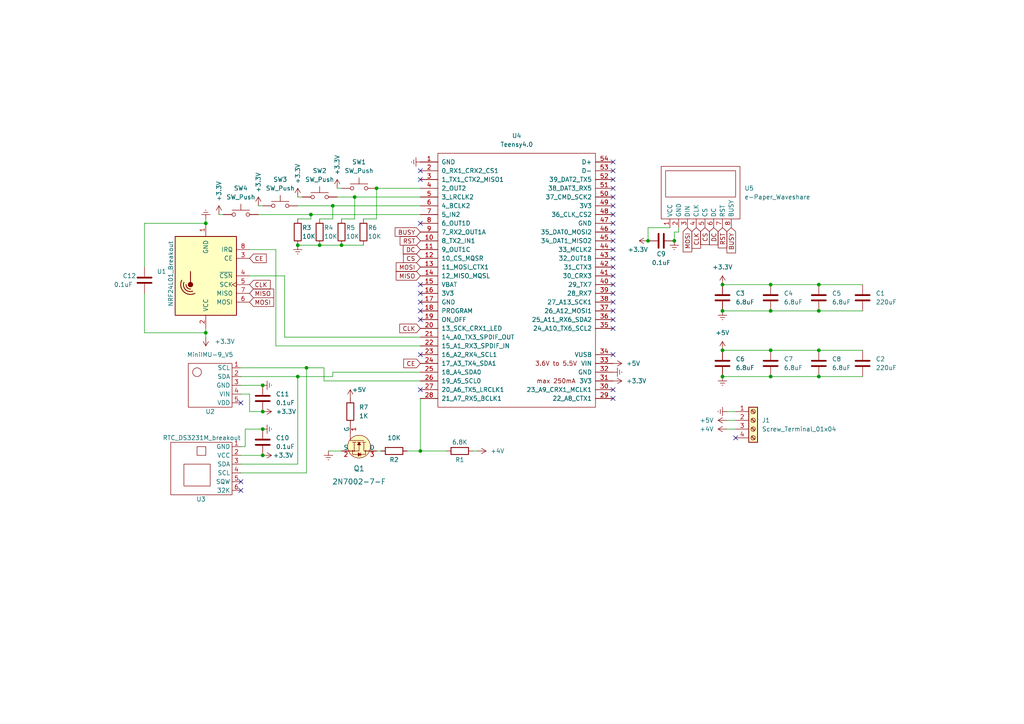
<source format=kicad_sch>
(kicad_sch (version 20211123) (generator eeschema)

  (uuid 0cc81fa4-a416-4ffa-89e7-0e74387794ce)

  (paper "A4")

  (lib_symbols
    (symbol "Connector:Screw_Terminal_01x04" (pin_names (offset 1.016) hide) (in_bom yes) (on_board yes)
      (property "Reference" "J" (id 0) (at 0 5.08 0)
        (effects (font (size 1.27 1.27)))
      )
      (property "Value" "Screw_Terminal_01x04" (id 1) (at 0 -7.62 0)
        (effects (font (size 1.27 1.27)))
      )
      (property "Footprint" "" (id 2) (at 0 0 0)
        (effects (font (size 1.27 1.27)) hide)
      )
      (property "Datasheet" "~" (id 3) (at 0 0 0)
        (effects (font (size 1.27 1.27)) hide)
      )
      (property "ki_keywords" "screw terminal" (id 4) (at 0 0 0)
        (effects (font (size 1.27 1.27)) hide)
      )
      (property "ki_description" "Generic screw terminal, single row, 01x04, script generated (kicad-library-utils/schlib/autogen/connector/)" (id 5) (at 0 0 0)
        (effects (font (size 1.27 1.27)) hide)
      )
      (property "ki_fp_filters" "TerminalBlock*:*" (id 6) (at 0 0 0)
        (effects (font (size 1.27 1.27)) hide)
      )
      (symbol "Screw_Terminal_01x04_1_1"
        (rectangle (start -1.27 3.81) (end 1.27 -6.35)
          (stroke (width 0.254) (type default) (color 0 0 0 0))
          (fill (type background))
        )
        (circle (center 0 -5.08) (radius 0.635)
          (stroke (width 0.1524) (type default) (color 0 0 0 0))
          (fill (type none))
        )
        (circle (center 0 -2.54) (radius 0.635)
          (stroke (width 0.1524) (type default) (color 0 0 0 0))
          (fill (type none))
        )
        (polyline
          (pts
            (xy -0.5334 -4.7498)
            (xy 0.3302 -5.588)
          )
          (stroke (width 0.1524) (type default) (color 0 0 0 0))
          (fill (type none))
        )
        (polyline
          (pts
            (xy -0.5334 -2.2098)
            (xy 0.3302 -3.048)
          )
          (stroke (width 0.1524) (type default) (color 0 0 0 0))
          (fill (type none))
        )
        (polyline
          (pts
            (xy -0.5334 0.3302)
            (xy 0.3302 -0.508)
          )
          (stroke (width 0.1524) (type default) (color 0 0 0 0))
          (fill (type none))
        )
        (polyline
          (pts
            (xy -0.5334 2.8702)
            (xy 0.3302 2.032)
          )
          (stroke (width 0.1524) (type default) (color 0 0 0 0))
          (fill (type none))
        )
        (polyline
          (pts
            (xy -0.3556 -4.572)
            (xy 0.508 -5.4102)
          )
          (stroke (width 0.1524) (type default) (color 0 0 0 0))
          (fill (type none))
        )
        (polyline
          (pts
            (xy -0.3556 -2.032)
            (xy 0.508 -2.8702)
          )
          (stroke (width 0.1524) (type default) (color 0 0 0 0))
          (fill (type none))
        )
        (polyline
          (pts
            (xy -0.3556 0.508)
            (xy 0.508 -0.3302)
          )
          (stroke (width 0.1524) (type default) (color 0 0 0 0))
          (fill (type none))
        )
        (polyline
          (pts
            (xy -0.3556 3.048)
            (xy 0.508 2.2098)
          )
          (stroke (width 0.1524) (type default) (color 0 0 0 0))
          (fill (type none))
        )
        (circle (center 0 0) (radius 0.635)
          (stroke (width 0.1524) (type default) (color 0 0 0 0))
          (fill (type none))
        )
        (circle (center 0 2.54) (radius 0.635)
          (stroke (width 0.1524) (type default) (color 0 0 0 0))
          (fill (type none))
        )
        (pin passive line (at -5.08 2.54 0) (length 3.81)
          (name "Pin_1" (effects (font (size 1.27 1.27))))
          (number "1" (effects (font (size 1.27 1.27))))
        )
        (pin passive line (at -5.08 0 0) (length 3.81)
          (name "Pin_2" (effects (font (size 1.27 1.27))))
          (number "2" (effects (font (size 1.27 1.27))))
        )
        (pin passive line (at -5.08 -2.54 0) (length 3.81)
          (name "Pin_3" (effects (font (size 1.27 1.27))))
          (number "3" (effects (font (size 1.27 1.27))))
        )
        (pin passive line (at -5.08 -5.08 0) (length 3.81)
          (name "Pin_4" (effects (font (size 1.27 1.27))))
          (number "4" (effects (font (size 1.27 1.27))))
        )
      )
    )
    (symbol "DONKER_cretaed_Lib:MiniIMU-9_V5" (in_bom yes) (on_board yes)
      (property "Reference" "U" (id 0) (at 0 15.24 0)
        (effects (font (size 1.27 1.27)))
      )
      (property "Value" "MiniIMU-9_V5" (id 1) (at 0 12.7 0)
        (effects (font (size 1.27 1.27)))
      )
      (property "Footprint" "" (id 2) (at 0 7.62 0)
        (effects (font (size 1.27 1.27)) hide)
      )
      (property "Datasheet" "" (id 3) (at 0 7.62 0)
        (effects (font (size 1.27 1.27)) hide)
      )
      (symbol "MiniIMU-9_V5_0_1"
        (rectangle (start -6.35 11.43) (end 6.35 -1.27)
          (stroke (width 0) (type default) (color 0 0 0 0))
          (fill (type none))
        )
        (circle (center 3.81 8.89) (radius 1.27)
          (stroke (width 0) (type default) (color 0 0 0 0))
          (fill (type none))
        )
      )
      (symbol "MiniIMU-9_V5_1_1"
        (pin bidirectional line (at 5.08 -3.81 90) (length 2.54)
          (name "SCL" (effects (font (size 1.27 1.27))))
          (number "1" (effects (font (size 1.27 1.27))))
        )
        (pin bidirectional line (at 2.54 -3.81 90) (length 2.54)
          (name "SDA" (effects (font (size 1.27 1.27))))
          (number "2" (effects (font (size 1.27 1.27))))
        )
        (pin input line (at 0 -3.81 90) (length 2.54)
          (name "GND" (effects (font (size 1.27 1.27))))
          (number "3" (effects (font (size 1.27 1.27))))
        )
        (pin input line (at -2.54 -3.81 90) (length 2.54)
          (name "VIN" (effects (font (size 1.27 1.27))))
          (number "4" (effects (font (size 1.27 1.27))))
        )
        (pin input line (at -5.08 -3.81 90) (length 2.54)
          (name "VDD" (effects (font (size 1.27 1.27))))
          (number "5" (effects (font (size 1.27 1.27))))
        )
      )
    )
    (symbol "DONKER_cretaed_Lib:RTC_DS3231M_breakout" (in_bom yes) (on_board yes)
      (property "Reference" "U" (id 0) (at 0 20.32 0)
        (effects (font (size 1.27 1.27)))
      )
      (property "Value" "RTC_DS3231M_breakout" (id 1) (at 0 17.78 0)
        (effects (font (size 1.27 1.27)))
      )
      (property "Footprint" "" (id 2) (at 0 0 0)
        (effects (font (size 1.27 1.27)) hide)
      )
      (property "Datasheet" "" (id 3) (at 0 0 0)
        (effects (font (size 1.27 1.27)) hide)
      )
      (symbol "RTC_DS3231M_breakout_0_1"
        (rectangle (start -7.62 -1.27) (end 7.62 16.51)
          (stroke (width 0) (type default) (color 0 0 0 0))
          (fill (type none))
        )
        (rectangle (start -5.08 12.7) (end 1.27 5.08)
          (stroke (width 0) (type default) (color 0 0 0 0))
          (fill (type none))
        )
        (rectangle (start 3.81 8.89) (end 6.35 6.35)
          (stroke (width 0) (type default) (color 0 0 0 0))
          (fill (type none))
        )
      )
      (symbol "RTC_DS3231M_breakout_1_1"
        (pin input line (at 6.35 -3.81 90) (length 2.54)
          (name "GND" (effects (font (size 1.27 1.27))))
          (number "1" (effects (font (size 1.27 1.27))))
        )
        (pin input line (at 3.81 -3.81 90) (length 2.54)
          (name "VCC" (effects (font (size 1.27 1.27))))
          (number "2" (effects (font (size 1.27 1.27))))
        )
        (pin bidirectional line (at 1.27 -3.81 90) (length 2.54)
          (name "SDA" (effects (font (size 1.27 1.27))))
          (number "3" (effects (font (size 1.27 1.27))))
        )
        (pin bidirectional line (at -1.27 -3.81 90) (length 2.54)
          (name "SCL" (effects (font (size 1.27 1.27))))
          (number "4" (effects (font (size 1.27 1.27))))
        )
        (pin output line (at -3.81 -3.81 90) (length 2.54)
          (name "SQW" (effects (font (size 1.27 1.27))))
          (number "5" (effects (font (size 1.27 1.27))))
        )
        (pin output line (at -6.35 -3.81 90) (length 2.54)
          (name "32K" (effects (font (size 1.27 1.27))))
          (number "6" (effects (font (size 1.27 1.27))))
        )
      )
    )
    (symbol "DONKER_cretaed_Lib:e-Paper_Waveshare" (in_bom yes) (on_board yes)
      (property "Reference" "U" (id 0) (at 0 20.32 0)
        (effects (font (size 1.27 1.27)))
      )
      (property "Value" "e-Paper_Waveshare" (id 1) (at 0 17.78 0)
        (effects (font (size 1.27 1.27)))
      )
      (property "Footprint" "" (id 2) (at 0 6.35 0)
        (effects (font (size 1.27 1.27)) hide)
      )
      (property "Datasheet" "" (id 3) (at 0 6.35 0)
        (effects (font (size 1.27 1.27)) hide)
      )
      (symbol "e-Paper_Waveshare_0_1"
        (rectangle (start -11.43 16.51) (end 11.43 1.27)
          (stroke (width 0) (type default) (color 0 0 0 0))
          (fill (type none))
        )
        (rectangle (start -10.16 15.24) (end 10.16 7.62)
          (stroke (width 0) (type default) (color 0 0 0 0))
          (fill (type none))
        )
      )
      (symbol "e-Paper_Waveshare_1_1"
        (pin input line (at -8.89 -1.27 90) (length 2.54)
          (name "VCC" (effects (font (size 1.27 1.27))))
          (number "1" (effects (font (size 1.27 1.27))))
        )
        (pin input line (at -6.35 -1.27 90) (length 2.54)
          (name "GND" (effects (font (size 1.27 1.27))))
          (number "2" (effects (font (size 1.27 1.27))))
        )
        (pin input line (at -3.81 -1.27 90) (length 2.54)
          (name "DIN" (effects (font (size 1.27 1.27))))
          (number "3" (effects (font (size 1.27 1.27))))
        )
        (pin input line (at -1.27 -1.27 90) (length 2.54)
          (name "CLK" (effects (font (size 1.27 1.27))))
          (number "4" (effects (font (size 1.27 1.27))))
        )
        (pin input line (at 1.27 -1.27 90) (length 2.54)
          (name "CS" (effects (font (size 1.27 1.27))))
          (number "5" (effects (font (size 1.27 1.27))))
        )
        (pin input line (at 3.81 -1.27 90) (length 2.54)
          (name "DC" (effects (font (size 1.27 1.27))))
          (number "6" (effects (font (size 1.27 1.27))))
        )
        (pin input line (at 6.35 -1.27 90) (length 2.54)
          (name "RST" (effects (font (size 1.27 1.27))))
          (number "7" (effects (font (size 1.27 1.27))))
        )
        (pin output line (at 8.89 -1.27 90) (length 2.54)
          (name "BUSY" (effects (font (size 1.27 1.27))))
          (number "8" (effects (font (size 1.27 1.27))))
        )
      )
    )
    (symbol "Device:C" (pin_numbers hide) (pin_names (offset 0.254)) (in_bom yes) (on_board yes)
      (property "Reference" "C" (id 0) (at 0.635 2.54 0)
        (effects (font (size 1.27 1.27)) (justify left))
      )
      (property "Value" "C" (id 1) (at 0.635 -2.54 0)
        (effects (font (size 1.27 1.27)) (justify left))
      )
      (property "Footprint" "" (id 2) (at 0.9652 -3.81 0)
        (effects (font (size 1.27 1.27)) hide)
      )
      (property "Datasheet" "~" (id 3) (at 0 0 0)
        (effects (font (size 1.27 1.27)) hide)
      )
      (property "ki_keywords" "cap capacitor" (id 4) (at 0 0 0)
        (effects (font (size 1.27 1.27)) hide)
      )
      (property "ki_description" "Unpolarized capacitor" (id 5) (at 0 0 0)
        (effects (font (size 1.27 1.27)) hide)
      )
      (property "ki_fp_filters" "C_*" (id 6) (at 0 0 0)
        (effects (font (size 1.27 1.27)) hide)
      )
      (symbol "C_0_1"
        (polyline
          (pts
            (xy -2.032 -0.762)
            (xy 2.032 -0.762)
          )
          (stroke (width 0.508) (type default) (color 0 0 0 0))
          (fill (type none))
        )
        (polyline
          (pts
            (xy -2.032 0.762)
            (xy 2.032 0.762)
          )
          (stroke (width 0.508) (type default) (color 0 0 0 0))
          (fill (type none))
        )
      )
      (symbol "C_1_1"
        (pin passive line (at 0 3.81 270) (length 2.794)
          (name "~" (effects (font (size 1.27 1.27))))
          (number "1" (effects (font (size 1.27 1.27))))
        )
        (pin passive line (at 0 -3.81 90) (length 2.794)
          (name "~" (effects (font (size 1.27 1.27))))
          (number "2" (effects (font (size 1.27 1.27))))
        )
      )
    )
    (symbol "Device:R" (pin_numbers hide) (pin_names (offset 0)) (in_bom yes) (on_board yes)
      (property "Reference" "R" (id 0) (at 2.032 0 90)
        (effects (font (size 1.27 1.27)))
      )
      (property "Value" "R" (id 1) (at 0 0 90)
        (effects (font (size 1.27 1.27)))
      )
      (property "Footprint" "" (id 2) (at -1.778 0 90)
        (effects (font (size 1.27 1.27)) hide)
      )
      (property "Datasheet" "~" (id 3) (at 0 0 0)
        (effects (font (size 1.27 1.27)) hide)
      )
      (property "ki_keywords" "R res resistor" (id 4) (at 0 0 0)
        (effects (font (size 1.27 1.27)) hide)
      )
      (property "ki_description" "Resistor" (id 5) (at 0 0 0)
        (effects (font (size 1.27 1.27)) hide)
      )
      (property "ki_fp_filters" "R_*" (id 6) (at 0 0 0)
        (effects (font (size 1.27 1.27)) hide)
      )
      (symbol "R_0_1"
        (rectangle (start -1.016 -2.54) (end 1.016 2.54)
          (stroke (width 0.254) (type default) (color 0 0 0 0))
          (fill (type none))
        )
      )
      (symbol "R_1_1"
        (pin passive line (at 0 3.81 270) (length 1.27)
          (name "~" (effects (font (size 1.27 1.27))))
          (number "1" (effects (font (size 1.27 1.27))))
        )
        (pin passive line (at 0 -3.81 90) (length 1.27)
          (name "~" (effects (font (size 1.27 1.27))))
          (number "2" (effects (font (size 1.27 1.27))))
        )
      )
    )
    (symbol "RF:NRF24L01_Breakout" (pin_names (offset 1.016)) (in_bom yes) (on_board yes)
      (property "Reference" "U" (id 0) (at -8.89 12.7 0)
        (effects (font (size 1.27 1.27)) (justify left))
      )
      (property "Value" "NRF24L01_Breakout" (id 1) (at 3.81 12.7 0)
        (effects (font (size 1.27 1.27)) (justify left))
      )
      (property "Footprint" "RF_Module:nRF24L01_Breakout" (id 2) (at 3.81 15.24 0)
        (effects (font (size 1.27 1.27) italic) (justify left) hide)
      )
      (property "Datasheet" "http://www.nordicsemi.com/eng/content/download/2730/34105/file/nRF24L01_Product_Specification_v2_0.pdf" (id 3) (at 0 -2.54 0)
        (effects (font (size 1.27 1.27)) hide)
      )
      (property "ki_keywords" "Low Power RF Transciever breakout carrier" (id 4) (at 0 0 0)
        (effects (font (size 1.27 1.27)) hide)
      )
      (property "ki_description" "Ultra low power 2.4GHz RF Transceiver, Carrier PCB" (id 5) (at 0 0 0)
        (effects (font (size 1.27 1.27)) hide)
      )
      (property "ki_fp_filters" "nRF24L01*Breakout*" (id 6) (at 0 0 0)
        (effects (font (size 1.27 1.27)) hide)
      )
      (symbol "NRF24L01_Breakout_0_1"
        (rectangle (start -8.89 11.43) (end 8.89 -11.43)
          (stroke (width 0.254) (type default) (color 0 0 0 0))
          (fill (type background))
        )
        (polyline
          (pts
            (xy 4.445 1.905)
            (xy 4.445 -1.27)
          )
          (stroke (width 0.254) (type default) (color 0 0 0 0))
          (fill (type none))
        )
        (circle (center 4.445 2.54) (radius 0.635)
          (stroke (width 0.254) (type default) (color 0 0 0 0))
          (fill (type outline))
        )
        (arc (start 5.715 2.54) (mid 5.3521 3.4546) (end 4.445 3.81)
          (stroke (width 0.254) (type default) (color 0 0 0 0))
          (fill (type none))
        )
        (arc (start 6.35 1.905) (mid 5.8763 3.9854) (end 3.81 4.445)
          (stroke (width 0.254) (type default) (color 0 0 0 0))
          (fill (type none))
        )
        (arc (start 6.985 1.27) (mid 6.453 4.548) (end 3.175 5.08)
          (stroke (width 0.254) (type default) (color 0 0 0 0))
          (fill (type none))
        )
      )
      (symbol "NRF24L01_Breakout_1_1"
        (pin power_in line (at 0 -15.24 90) (length 3.81)
          (name "GND" (effects (font (size 1.27 1.27))))
          (number "1" (effects (font (size 1.27 1.27))))
        )
        (pin power_in line (at 0 15.24 270) (length 3.81)
          (name "VCC" (effects (font (size 1.27 1.27))))
          (number "2" (effects (font (size 1.27 1.27))))
        )
        (pin input line (at -12.7 -5.08 0) (length 3.81)
          (name "CE" (effects (font (size 1.27 1.27))))
          (number "3" (effects (font (size 1.27 1.27))))
        )
        (pin input line (at -12.7 0 0) (length 3.81)
          (name "~{CSN}" (effects (font (size 1.27 1.27))))
          (number "4" (effects (font (size 1.27 1.27))))
        )
        (pin input clock (at -12.7 2.54 0) (length 3.81)
          (name "SCK" (effects (font (size 1.27 1.27))))
          (number "5" (effects (font (size 1.27 1.27))))
        )
        (pin input line (at -12.7 7.62 0) (length 3.81)
          (name "MOSI" (effects (font (size 1.27 1.27))))
          (number "6" (effects (font (size 1.27 1.27))))
        )
        (pin output line (at -12.7 5.08 0) (length 3.81)
          (name "MISO" (effects (font (size 1.27 1.27))))
          (number "7" (effects (font (size 1.27 1.27))))
        )
        (pin output line (at -12.7 -7.62 0) (length 3.81)
          (name "IRQ" (effects (font (size 1.27 1.27))))
          (number "8" (effects (font (size 1.27 1.27))))
        )
      )
    )
    (symbol "Switch:SW_Push" (pin_numbers hide) (pin_names (offset 1.016) hide) (in_bom yes) (on_board yes)
      (property "Reference" "SW" (id 0) (at 1.27 2.54 0)
        (effects (font (size 1.27 1.27)) (justify left))
      )
      (property "Value" "SW_Push" (id 1) (at 0 -1.524 0)
        (effects (font (size 1.27 1.27)))
      )
      (property "Footprint" "" (id 2) (at 0 5.08 0)
        (effects (font (size 1.27 1.27)) hide)
      )
      (property "Datasheet" "~" (id 3) (at 0 5.08 0)
        (effects (font (size 1.27 1.27)) hide)
      )
      (property "ki_keywords" "switch normally-open pushbutton push-button" (id 4) (at 0 0 0)
        (effects (font (size 1.27 1.27)) hide)
      )
      (property "ki_description" "Push button switch, generic, two pins" (id 5) (at 0 0 0)
        (effects (font (size 1.27 1.27)) hide)
      )
      (symbol "SW_Push_0_1"
        (circle (center -2.032 0) (radius 0.508)
          (stroke (width 0) (type default) (color 0 0 0 0))
          (fill (type none))
        )
        (polyline
          (pts
            (xy 0 1.27)
            (xy 0 3.048)
          )
          (stroke (width 0) (type default) (color 0 0 0 0))
          (fill (type none))
        )
        (polyline
          (pts
            (xy 2.54 1.27)
            (xy -2.54 1.27)
          )
          (stroke (width 0) (type default) (color 0 0 0 0))
          (fill (type none))
        )
        (circle (center 2.032 0) (radius 0.508)
          (stroke (width 0) (type default) (color 0 0 0 0))
          (fill (type none))
        )
        (pin passive line (at -5.08 0 0) (length 2.54)
          (name "1" (effects (font (size 1.27 1.27))))
          (number "1" (effects (font (size 1.27 1.27))))
        )
        (pin passive line (at 5.08 0 180) (length 2.54)
          (name "2" (effects (font (size 1.27 1.27))))
          (number "2" (effects (font (size 1.27 1.27))))
        )
      )
    )
    (symbol "dk_Transistors-FETs-MOSFETs-Single:2N7002-7-F" (pin_names (offset 0)) (in_bom yes) (on_board yes)
      (property "Reference" "Q" (id 0) (at -2.6924 3.6322 0)
        (effects (font (size 1.524 1.524)) (justify right))
      )
      (property "Value" "2N7002-7-F" (id 1) (at 3.4544 0 90)
        (effects (font (size 1.524 1.524)))
      )
      (property "Footprint" "digikey-footprints:SOT-23-3" (id 2) (at 5.08 5.08 0)
        (effects (font (size 1.524 1.524)) (justify left) hide)
      )
      (property "Datasheet" "https://www.diodes.com/assets/Datasheets/ds11303.pdf" (id 3) (at 5.08 7.62 0)
        (effects (font (size 1.524 1.524)) (justify left) hide)
      )
      (property "Digi-Key_PN" "2N7002-FDICT-ND" (id 4) (at 5.08 10.16 0)
        (effects (font (size 1.524 1.524)) (justify left) hide)
      )
      (property "MPN" "2N7002-7-F" (id 5) (at 5.08 12.7 0)
        (effects (font (size 1.524 1.524)) (justify left) hide)
      )
      (property "Category" "Discrete Semiconductor Products" (id 6) (at 5.08 15.24 0)
        (effects (font (size 1.524 1.524)) (justify left) hide)
      )
      (property "Family" "Transistors - FETs, MOSFETs - Single" (id 7) (at 5.08 17.78 0)
        (effects (font (size 1.524 1.524)) (justify left) hide)
      )
      (property "DK_Datasheet_Link" "https://www.diodes.com/assets/Datasheets/ds11303.pdf" (id 8) (at 5.08 20.32 0)
        (effects (font (size 1.524 1.524)) (justify left) hide)
      )
      (property "DK_Detail_Page" "/product-detail/en/diodes-incorporated/2N7002-7-F/2N7002-FDICT-ND/717800" (id 9) (at 5.08 22.86 0)
        (effects (font (size 1.524 1.524)) (justify left) hide)
      )
      (property "Description" "MOSFET N-CH 60V 115MA SOT23-3" (id 10) (at 5.08 25.4 0)
        (effects (font (size 1.524 1.524)) (justify left) hide)
      )
      (property "Manufacturer" "Diodes Incorporated" (id 11) (at 5.08 27.94 0)
        (effects (font (size 1.524 1.524)) (justify left) hide)
      )
      (property "Status" "Active" (id 12) (at 5.08 30.48 0)
        (effects (font (size 1.524 1.524)) (justify left) hide)
      )
      (property "ki_keywords" "2N7002-FDICT-ND" (id 13) (at 0 0 0)
        (effects (font (size 1.27 1.27)) hide)
      )
      (property "ki_description" "MOSFET N-CH 60V 115MA SOT23-3" (id 14) (at 0 0 0)
        (effects (font (size 1.27 1.27)) hide)
      )
      (symbol "2N7002-7-F_0_1"
        (circle (center -1.27 0) (radius 3.302)
          (stroke (width 0) (type default) (color 0 0 0 0))
          (fill (type background))
        )
        (circle (center 0 -1.905) (radius 0.127)
          (stroke (width 0) (type default) (color 0 0 0 0))
          (fill (type none))
        )
        (circle (center 0 -1.397) (radius 0.127)
          (stroke (width 0) (type default) (color 0 0 0 0))
          (fill (type none))
        )
        (polyline
          (pts
            (xy 0 -1.397)
            (xy -2.54 -1.397)
          )
          (stroke (width 0) (type default) (color 0 0 0 0))
          (fill (type none))
        )
        (polyline
          (pts
            (xy -5.08 -2.54)
            (xy -3.048 -2.54)
            (xy -3.048 1.397)
          )
          (stroke (width 0) (type default) (color 0 0 0 0))
          (fill (type none))
        )
        (polyline
          (pts
            (xy 0 -2.54)
            (xy 0 0)
            (xy -2.54 0)
          )
          (stroke (width 0) (type default) (color 0 0 0 0))
          (fill (type none))
        )
        (polyline
          (pts
            (xy 0 2.54)
            (xy 0 1.397)
            (xy -2.54 1.397)
          )
          (stroke (width 0) (type default) (color 0 0 0 0))
          (fill (type none))
        )
        (polyline
          (pts
            (xy -0.127 -1.905)
            (xy 1.016 -1.905)
            (xy 1.016 1.397)
            (xy 1.016 1.905)
            (xy -0.127 1.905)
          )
          (stroke (width 0) (type default) (color 0 0 0 0))
          (fill (type none))
        )
        (circle (center 0 1.905) (radius 0.127)
          (stroke (width 0) (type default) (color 0 0 0 0))
          (fill (type none))
        )
      )
      (symbol "2N7002-7-F_1_1"
        (polyline
          (pts
            (xy -2.54 -1.397)
            (xy -2.54 -1.905)
          )
          (stroke (width 0) (type default) (color 0 0 0 0))
          (fill (type none))
        )
        (polyline
          (pts
            (xy -2.54 -1.397)
            (xy -2.54 -0.889)
          )
          (stroke (width 0) (type default) (color 0 0 0 0))
          (fill (type none))
        )
        (polyline
          (pts
            (xy -2.54 0)
            (xy -2.54 -0.508)
          )
          (stroke (width 0) (type default) (color 0 0 0 0))
          (fill (type none))
        )
        (polyline
          (pts
            (xy -2.54 0)
            (xy -2.54 0.508)
          )
          (stroke (width 0) (type default) (color 0 0 0 0))
          (fill (type none))
        )
        (polyline
          (pts
            (xy -2.54 1.905)
            (xy -2.54 0.889)
          )
          (stroke (width 0) (type default) (color 0 0 0 0))
          (fill (type none))
        )
        (polyline
          (pts
            (xy 1.524 0.508)
            (xy 0.508 0.508)
          )
          (stroke (width 0) (type default) (color 0 0 0 0))
          (fill (type none))
        )
        (polyline
          (pts
            (xy -2.54 0)
            (xy -1.778 0.508)
            (xy -1.778 -0.508)
            (xy -2.54 0)
          )
          (stroke (width 0) (type default) (color 0 0 0 0))
          (fill (type outline))
        )
        (polyline
          (pts
            (xy 1.016 0.508)
            (xy 0.508 -0.254)
            (xy 1.524 -0.254)
            (xy 1.016 0.508)
          )
          (stroke (width 0) (type default) (color 0 0 0 0))
          (fill (type outline))
        )
        (pin bidirectional line (at -7.62 -2.54 0) (length 2.54)
          (name "G" (effects (font (size 1.27 1.27))))
          (number "1" (effects (font (size 1.27 1.27))))
        )
        (pin bidirectional line (at 0 -5.08 90) (length 2.54)
          (name "S" (effects (font (size 1.27 1.27))))
          (number "2" (effects (font (size 1.27 1.27))))
        )
        (pin bidirectional line (at 0 5.08 270) (length 2.54)
          (name "D" (effects (font (size 1.27 1.27))))
          (number "3" (effects (font (size 1.27 1.27))))
        )
      )
    )
    (symbol "power:+3.3V" (power) (pin_names (offset 0)) (in_bom yes) (on_board yes)
      (property "Reference" "#PWR" (id 0) (at 0 -3.81 0)
        (effects (font (size 1.27 1.27)) hide)
      )
      (property "Value" "+3.3V" (id 1) (at 0 3.556 0)
        (effects (font (size 1.27 1.27)))
      )
      (property "Footprint" "" (id 2) (at 0 0 0)
        (effects (font (size 1.27 1.27)) hide)
      )
      (property "Datasheet" "" (id 3) (at 0 0 0)
        (effects (font (size 1.27 1.27)) hide)
      )
      (property "ki_keywords" "power-flag" (id 4) (at 0 0 0)
        (effects (font (size 1.27 1.27)) hide)
      )
      (property "ki_description" "Power symbol creates a global label with name \"+3.3V\"" (id 5) (at 0 0 0)
        (effects (font (size 1.27 1.27)) hide)
      )
      (symbol "+3.3V_0_1"
        (polyline
          (pts
            (xy -0.762 1.27)
            (xy 0 2.54)
          )
          (stroke (width 0) (type default) (color 0 0 0 0))
          (fill (type none))
        )
        (polyline
          (pts
            (xy 0 0)
            (xy 0 2.54)
          )
          (stroke (width 0) (type default) (color 0 0 0 0))
          (fill (type none))
        )
        (polyline
          (pts
            (xy 0 2.54)
            (xy 0.762 1.27)
          )
          (stroke (width 0) (type default) (color 0 0 0 0))
          (fill (type none))
        )
      )
      (symbol "+3.3V_1_1"
        (pin power_in line (at 0 0 90) (length 0) hide
          (name "+3.3V" (effects (font (size 1.27 1.27))))
          (number "1" (effects (font (size 1.27 1.27))))
        )
      )
    )
    (symbol "power:+4V" (power) (pin_names (offset 0)) (in_bom yes) (on_board yes)
      (property "Reference" "#PWR" (id 0) (at 0 -3.81 0)
        (effects (font (size 1.27 1.27)) hide)
      )
      (property "Value" "+4V" (id 1) (at 0 3.556 0)
        (effects (font (size 1.27 1.27)))
      )
      (property "Footprint" "" (id 2) (at 0 0 0)
        (effects (font (size 1.27 1.27)) hide)
      )
      (property "Datasheet" "" (id 3) (at 0 0 0)
        (effects (font (size 1.27 1.27)) hide)
      )
      (property "ki_keywords" "power-flag" (id 4) (at 0 0 0)
        (effects (font (size 1.27 1.27)) hide)
      )
      (property "ki_description" "Power symbol creates a global label with name \"+4V\"" (id 5) (at 0 0 0)
        (effects (font (size 1.27 1.27)) hide)
      )
      (symbol "+4V_0_1"
        (polyline
          (pts
            (xy -0.762 1.27)
            (xy 0 2.54)
          )
          (stroke (width 0) (type default) (color 0 0 0 0))
          (fill (type none))
        )
        (polyline
          (pts
            (xy 0 0)
            (xy 0 2.54)
          )
          (stroke (width 0) (type default) (color 0 0 0 0))
          (fill (type none))
        )
        (polyline
          (pts
            (xy 0 2.54)
            (xy 0.762 1.27)
          )
          (stroke (width 0) (type default) (color 0 0 0 0))
          (fill (type none))
        )
      )
      (symbol "+4V_1_1"
        (pin power_in line (at 0 0 90) (length 0) hide
          (name "+4V" (effects (font (size 1.27 1.27))))
          (number "1" (effects (font (size 1.27 1.27))))
        )
      )
    )
    (symbol "power:+5V" (power) (pin_names (offset 0)) (in_bom yes) (on_board yes)
      (property "Reference" "#PWR" (id 0) (at 0 -3.81 0)
        (effects (font (size 1.27 1.27)) hide)
      )
      (property "Value" "+5V" (id 1) (at 0 3.556 0)
        (effects (font (size 1.27 1.27)))
      )
      (property "Footprint" "" (id 2) (at 0 0 0)
        (effects (font (size 1.27 1.27)) hide)
      )
      (property "Datasheet" "" (id 3) (at 0 0 0)
        (effects (font (size 1.27 1.27)) hide)
      )
      (property "ki_keywords" "power-flag" (id 4) (at 0 0 0)
        (effects (font (size 1.27 1.27)) hide)
      )
      (property "ki_description" "Power symbol creates a global label with name \"+5V\"" (id 5) (at 0 0 0)
        (effects (font (size 1.27 1.27)) hide)
      )
      (symbol "+5V_0_1"
        (polyline
          (pts
            (xy -0.762 1.27)
            (xy 0 2.54)
          )
          (stroke (width 0) (type default) (color 0 0 0 0))
          (fill (type none))
        )
        (polyline
          (pts
            (xy 0 0)
            (xy 0 2.54)
          )
          (stroke (width 0) (type default) (color 0 0 0 0))
          (fill (type none))
        )
        (polyline
          (pts
            (xy 0 2.54)
            (xy 0.762 1.27)
          )
          (stroke (width 0) (type default) (color 0 0 0 0))
          (fill (type none))
        )
      )
      (symbol "+5V_1_1"
        (pin power_in line (at 0 0 90) (length 0) hide
          (name "+5V" (effects (font (size 1.27 1.27))))
          (number "1" (effects (font (size 1.27 1.27))))
        )
      )
    )
    (symbol "power:Earth" (power) (pin_names (offset 0)) (in_bom yes) (on_board yes)
      (property "Reference" "#PWR" (id 0) (at 0 -6.35 0)
        (effects (font (size 1.27 1.27)) hide)
      )
      (property "Value" "Earth" (id 1) (at 0 -3.81 0)
        (effects (font (size 1.27 1.27)) hide)
      )
      (property "Footprint" "" (id 2) (at 0 0 0)
        (effects (font (size 1.27 1.27)) hide)
      )
      (property "Datasheet" "~" (id 3) (at 0 0 0)
        (effects (font (size 1.27 1.27)) hide)
      )
      (property "ki_keywords" "power-flag ground gnd" (id 4) (at 0 0 0)
        (effects (font (size 1.27 1.27)) hide)
      )
      (property "ki_description" "Power symbol creates a global label with name \"Earth\"" (id 5) (at 0 0 0)
        (effects (font (size 1.27 1.27)) hide)
      )
      (symbol "Earth_0_1"
        (polyline
          (pts
            (xy -0.635 -1.905)
            (xy 0.635 -1.905)
          )
          (stroke (width 0) (type default) (color 0 0 0 0))
          (fill (type none))
        )
        (polyline
          (pts
            (xy -0.127 -2.54)
            (xy 0.127 -2.54)
          )
          (stroke (width 0) (type default) (color 0 0 0 0))
          (fill (type none))
        )
        (polyline
          (pts
            (xy 0 -1.27)
            (xy 0 0)
          )
          (stroke (width 0) (type default) (color 0 0 0 0))
          (fill (type none))
        )
        (polyline
          (pts
            (xy 1.27 -1.27)
            (xy -1.27 -1.27)
          )
          (stroke (width 0) (type default) (color 0 0 0 0))
          (fill (type none))
        )
      )
      (symbol "Earth_1_1"
        (pin power_in line (at 0 0 270) (length 0) hide
          (name "Earth" (effects (font (size 1.27 1.27))))
          (number "1" (effects (font (size 1.27 1.27))))
        )
      )
    )
    (symbol "teensy:Teensy4.0" (pin_names (offset 1.016)) (in_bom yes) (on_board yes)
      (property "Reference" "U" (id 0) (at 0 39.37 0)
        (effects (font (size 1.27 1.27)))
      )
      (property "Value" "Teensy4.0" (id 1) (at 0 -39.37 0)
        (effects (font (size 1.27 1.27)))
      )
      (property "Footprint" "" (id 2) (at -10.16 5.08 0)
        (effects (font (size 1.27 1.27)) hide)
      )
      (property "Datasheet" "" (id 3) (at -10.16 5.08 0)
        (effects (font (size 1.27 1.27)) hide)
      )
      (symbol "Teensy4.0_0_0"
        (text "3.6V to 5.5V" (at 11.43 -24.13 0)
          (effects (font (size 1.27 1.27)))
        )
        (text "max 250mA" (at 11.43 -29.21 0)
          (effects (font (size 1.27 1.27)))
        )
        (pin bidirectional line (at -27.94 11.43 0) (length 5.08)
          (name "8_TX2_IN1" (effects (font (size 1.27 1.27))))
          (number "10" (effects (font (size 1.27 1.27))))
        )
        (pin bidirectional line (at -27.94 8.89 0) (length 5.08)
          (name "9_OUT1C" (effects (font (size 1.27 1.27))))
          (number "11" (effects (font (size 1.27 1.27))))
        )
        (pin bidirectional line (at -27.94 6.35 0) (length 5.08)
          (name "10_CS_MQSR" (effects (font (size 1.27 1.27))))
          (number "12" (effects (font (size 1.27 1.27))))
        )
        (pin bidirectional line (at -27.94 3.81 0) (length 5.08)
          (name "11_MOSI_CTX1" (effects (font (size 1.27 1.27))))
          (number "13" (effects (font (size 1.27 1.27))))
        )
        (pin bidirectional line (at -27.94 1.27 0) (length 5.08)
          (name "12_MISO_MQSL" (effects (font (size 1.27 1.27))))
          (number "14" (effects (font (size 1.27 1.27))))
        )
        (pin power_in line (at -27.94 -1.27 0) (length 5.08)
          (name "VBAT" (effects (font (size 1.27 1.27))))
          (number "15" (effects (font (size 1.27 1.27))))
        )
        (pin power_in line (at -27.94 -3.81 0) (length 5.08)
          (name "3V3" (effects (font (size 1.27 1.27))))
          (number "16" (effects (font (size 1.27 1.27))))
        )
        (pin power_in line (at -27.94 -6.35 0) (length 5.08)
          (name "GND" (effects (font (size 1.27 1.27))))
          (number "17" (effects (font (size 1.27 1.27))))
        )
        (pin input line (at -27.94 -8.89 0) (length 5.08)
          (name "PROGRAM" (effects (font (size 1.27 1.27))))
          (number "18" (effects (font (size 1.27 1.27))))
        )
        (pin input line (at -27.94 -11.43 0) (length 5.08)
          (name "ON_OFF" (effects (font (size 1.27 1.27))))
          (number "19" (effects (font (size 1.27 1.27))))
        )
        (pin bidirectional line (at -27.94 -13.97 0) (length 5.08)
          (name "13_SCK_CRX1_LED" (effects (font (size 1.27 1.27))))
          (number "20" (effects (font (size 1.27 1.27))))
        )
        (pin bidirectional line (at -27.94 -16.51 0) (length 5.08)
          (name "14_A0_TX3_SPDIF_OUT" (effects (font (size 1.27 1.27))))
          (number "21" (effects (font (size 1.27 1.27))))
        )
        (pin bidirectional line (at -27.94 -19.05 0) (length 5.08)
          (name "15_A1_RX3_SPDIF_IN" (effects (font (size 1.27 1.27))))
          (number "22" (effects (font (size 1.27 1.27))))
        )
        (pin bidirectional line (at -27.94 -21.59 0) (length 5.08)
          (name "16_A2_RX4_SCL1" (effects (font (size 1.27 1.27))))
          (number "23" (effects (font (size 1.27 1.27))))
        )
        (pin bidirectional line (at -27.94 -24.13 0) (length 5.08)
          (name "17_A3_TX4_SDA1" (effects (font (size 1.27 1.27))))
          (number "24" (effects (font (size 1.27 1.27))))
        )
        (pin bidirectional line (at -27.94 -26.67 0) (length 5.08)
          (name "18_A4_SDA0" (effects (font (size 1.27 1.27))))
          (number "25" (effects (font (size 1.27 1.27))))
        )
        (pin bidirectional line (at -27.94 -29.21 0) (length 5.08)
          (name "19_A5_SCL0" (effects (font (size 1.27 1.27))))
          (number "26" (effects (font (size 1.27 1.27))))
        )
        (pin bidirectional line (at -27.94 -31.75 0) (length 5.08)
          (name "20_A6_TX5_LRCLK1" (effects (font (size 1.27 1.27))))
          (number "27" (effects (font (size 1.27 1.27))))
        )
        (pin bidirectional line (at -27.94 -34.29 0) (length 5.08)
          (name "21_A7_RX5_BCLK1" (effects (font (size 1.27 1.27))))
          (number "28" (effects (font (size 1.27 1.27))))
        )
        (pin bidirectional line (at 27.94 -34.29 180) (length 5.08)
          (name "22_A8_CTX1" (effects (font (size 1.27 1.27))))
          (number "29" (effects (font (size 1.27 1.27))))
        )
        (pin bidirectional line (at 27.94 -31.75 180) (length 5.08)
          (name "23_A9_CRX1_MCLK1" (effects (font (size 1.27 1.27))))
          (number "30" (effects (font (size 1.27 1.27))))
        )
        (pin power_out line (at 27.94 -29.21 180) (length 5.08)
          (name "3V3" (effects (font (size 1.27 1.27))))
          (number "31" (effects (font (size 1.27 1.27))))
        )
        (pin power_in line (at 27.94 -26.67 180) (length 5.08)
          (name "GND" (effects (font (size 1.27 1.27))))
          (number "32" (effects (font (size 1.27 1.27))))
        )
        (pin power_in line (at 27.94 -24.13 180) (length 5.08)
          (name "VIN" (effects (font (size 1.27 1.27))))
          (number "33" (effects (font (size 1.27 1.27))))
        )
        (pin power_out line (at 27.94 -21.59 180) (length 5.08)
          (name "VUSB" (effects (font (size 1.27 1.27))))
          (number "34" (effects (font (size 1.27 1.27))))
        )
        (pin bidirectional line (at 27.94 -13.97 180) (length 5.08)
          (name "24_A10_TX6_SCL2" (effects (font (size 1.27 1.27))))
          (number "35" (effects (font (size 1.27 1.27))))
        )
        (pin bidirectional line (at 27.94 -11.43 180) (length 5.08)
          (name "25_A11_RX6_SDA2" (effects (font (size 1.27 1.27))))
          (number "36" (effects (font (size 1.27 1.27))))
        )
        (pin bidirectional line (at 27.94 -8.89 180) (length 5.08)
          (name "26_A12_MOSI1" (effects (font (size 1.27 1.27))))
          (number "37" (effects (font (size 1.27 1.27))))
        )
        (pin bidirectional line (at 27.94 -6.35 180) (length 5.08)
          (name "27_A13_SCK1" (effects (font (size 1.27 1.27))))
          (number "38" (effects (font (size 1.27 1.27))))
        )
        (pin bidirectional line (at 27.94 -3.81 180) (length 5.08)
          (name "28_RX7" (effects (font (size 1.27 1.27))))
          (number "39" (effects (font (size 1.27 1.27))))
        )
        (pin bidirectional line (at 27.94 -1.27 180) (length 5.08)
          (name "29_TX7" (effects (font (size 1.27 1.27))))
          (number "40" (effects (font (size 1.27 1.27))))
        )
        (pin bidirectional line (at 27.94 1.27 180) (length 5.08)
          (name "30_CRX3" (effects (font (size 1.27 1.27))))
          (number "41" (effects (font (size 1.27 1.27))))
        )
        (pin bidirectional line (at 27.94 3.81 180) (length 5.08)
          (name "31_CTX3" (effects (font (size 1.27 1.27))))
          (number "42" (effects (font (size 1.27 1.27))))
        )
        (pin bidirectional line (at 27.94 6.35 180) (length 5.08)
          (name "32_OUT1B" (effects (font (size 1.27 1.27))))
          (number "43" (effects (font (size 1.27 1.27))))
        )
        (pin bidirectional line (at 27.94 8.89 180) (length 5.08)
          (name "33_MCLK2" (effects (font (size 1.27 1.27))))
          (number "44" (effects (font (size 1.27 1.27))))
        )
        (pin bidirectional line (at 27.94 11.43 180) (length 5.08)
          (name "34_DAT1_MISO2" (effects (font (size 1.27 1.27))))
          (number "45" (effects (font (size 1.27 1.27))))
        )
        (pin bidirectional line (at 27.94 13.97 180) (length 5.08)
          (name "35_DAT0_MOSI2" (effects (font (size 1.27 1.27))))
          (number "46" (effects (font (size 1.27 1.27))))
        )
        (pin power_out line (at 27.94 16.51 180) (length 5.08)
          (name "GND" (effects (font (size 1.27 1.27))))
          (number "47" (effects (font (size 1.27 1.27))))
        )
        (pin bidirectional line (at 27.94 19.05 180) (length 5.08)
          (name "36_CLK_CS2" (effects (font (size 1.27 1.27))))
          (number "48" (effects (font (size 1.27 1.27))))
        )
        (pin power_out line (at 27.94 21.59 180) (length 5.08)
          (name "3V3" (effects (font (size 1.27 1.27))))
          (number "49" (effects (font (size 1.27 1.27))))
        )
        (pin bidirectional line (at -27.94 24.13 0) (length 5.08)
          (name "3_LRCLK2" (effects (font (size 1.27 1.27))))
          (number "5" (effects (font (size 1.27 1.27))))
        )
        (pin bidirectional line (at 27.94 24.13 180) (length 5.08)
          (name "37_CMD_SCK2" (effects (font (size 1.27 1.27))))
          (number "50" (effects (font (size 1.27 1.27))))
        )
        (pin bidirectional line (at 27.94 26.67 180) (length 5.08)
          (name "38_DAT3_RX5" (effects (font (size 1.27 1.27))))
          (number "51" (effects (font (size 1.27 1.27))))
        )
        (pin bidirectional line (at 27.94 29.21 180) (length 5.08)
          (name "39_DAT2_TX5" (effects (font (size 1.27 1.27))))
          (number "52" (effects (font (size 1.27 1.27))))
        )
        (pin bidirectional line (at 27.94 31.75 180) (length 5.08)
          (name "D-" (effects (font (size 1.27 1.27))))
          (number "53" (effects (font (size 1.27 1.27))))
        )
        (pin bidirectional line (at 27.94 34.29 180) (length 5.08)
          (name "D+" (effects (font (size 1.27 1.27))))
          (number "54" (effects (font (size 1.27 1.27))))
        )
        (pin bidirectional line (at -27.94 21.59 0) (length 5.08)
          (name "4_BCLK2" (effects (font (size 1.27 1.27))))
          (number "6" (effects (font (size 1.27 1.27))))
        )
        (pin bidirectional line (at -27.94 19.05 0) (length 5.08)
          (name "5_IN2" (effects (font (size 1.27 1.27))))
          (number "7" (effects (font (size 1.27 1.27))))
        )
        (pin bidirectional line (at -27.94 16.51 0) (length 5.08)
          (name "6_OUT1D" (effects (font (size 1.27 1.27))))
          (number "8" (effects (font (size 1.27 1.27))))
        )
        (pin bidirectional line (at -27.94 13.97 0) (length 5.08)
          (name "7_RX2_OUT1A" (effects (font (size 1.27 1.27))))
          (number "9" (effects (font (size 1.27 1.27))))
        )
      )
      (symbol "Teensy4.0_0_1"
        (rectangle (start -22.86 36.83) (end 22.86 -36.83)
          (stroke (width 0) (type default) (color 0 0 0 0))
          (fill (type none))
        )
        (rectangle (start -20.32 -31.75) (end -20.32 -31.75)
          (stroke (width 0) (type default) (color 0 0 0 0))
          (fill (type none))
        )
      )
      (symbol "Teensy4.0_1_1"
        (pin power_in line (at -27.94 34.29 0) (length 5.08)
          (name "GND" (effects (font (size 1.27 1.27))))
          (number "1" (effects (font (size 1.27 1.27))))
        )
        (pin bidirectional line (at -27.94 31.75 0) (length 5.08)
          (name "0_RX1_CRX2_CS1" (effects (font (size 1.27 1.27))))
          (number "2" (effects (font (size 1.27 1.27))))
        )
        (pin bidirectional line (at -27.94 29.21 0) (length 5.08)
          (name "1_TX1_CTX2_MISO1" (effects (font (size 1.27 1.27))))
          (number "3" (effects (font (size 1.27 1.27))))
        )
        (pin bidirectional line (at -27.94 26.67 0) (length 5.08)
          (name "2_OUT2" (effects (font (size 1.27 1.27))))
          (number "4" (effects (font (size 1.27 1.27))))
        )
      )
    )
  )

  (junction (at 223.52 109.22) (diameter 0) (color 0 0 0 0)
    (uuid 10f9f018-dd97-4b3e-9054-cebc0432b525)
  )
  (junction (at 92.71 71.12) (diameter 0) (color 0 0 0 0)
    (uuid 1682e7e7-17d8-4a2a-9364-4702d23176c2)
  )
  (junction (at 187.96 69.85) (diameter 0) (color 0 0 0 0)
    (uuid 196746aa-ec45-4d15-a334-cade89f8fef4)
  )
  (junction (at 237.49 109.22) (diameter 0) (color 0 0 0 0)
    (uuid 1d22d6ec-866f-4b02-b90b-8e1a4aafcceb)
  )
  (junction (at 209.55 109.22) (diameter 0) (color 0 0 0 0)
    (uuid 2362cdbf-d190-42db-8960-5aeabccf8cb3)
  )
  (junction (at 96.52 59.69) (diameter 0) (color 0 0 0 0)
    (uuid 33aba8e5-5ba1-4489-8c3a-52b7925f385d)
  )
  (junction (at 223.52 101.6) (diameter 0) (color 0 0 0 0)
    (uuid 471a53f6-a537-4237-b354-5479e9dc210a)
  )
  (junction (at 223.52 90.17) (diameter 0) (color 0 0 0 0)
    (uuid 486c4468-8625-4447-9bab-1c751a461693)
  )
  (junction (at 76.2 119.38) (diameter 0) (color 0 0 0 0)
    (uuid 5005ddd1-9dc0-46e8-91c1-cfe769fb4150)
  )
  (junction (at 76.2 111.76) (diameter 0) (color 0 0 0 0)
    (uuid 5a741dc5-38b9-4ccd-8d7b-42ed11641a06)
  )
  (junction (at 237.49 90.17) (diameter 0) (color 0 0 0 0)
    (uuid 6662e06f-9204-4d9a-9ac6-6abe112f9807)
  )
  (junction (at 209.55 101.6) (diameter 0) (color 0 0 0 0)
    (uuid 737cfbdb-4347-4521-8c42-070ed983c054)
  )
  (junction (at 76.2 132.08) (diameter 0) (color 0 0 0 0)
    (uuid 7d2f6522-d802-4ab0-a2cf-08725dc70c28)
  )
  (junction (at 102.87 57.15) (diameter 0) (color 0 0 0 0)
    (uuid 8428f4ab-726b-45b3-9039-ff3deb683c87)
  )
  (junction (at 209.55 82.55) (diameter 0) (color 0 0 0 0)
    (uuid 86146efe-918e-4d71-ba14-8418bdd92e57)
  )
  (junction (at 59.69 64.77) (diameter 0) (color 0 0 0 0)
    (uuid 89f0ad46-2009-460d-8275-6825e7d046ae)
  )
  (junction (at 121.92 130.81) (diameter 0) (color 0 0 0 0)
    (uuid 97f05c9a-63c9-4a17-a27c-f18ec1fa65aa)
  )
  (junction (at 109.22 54.61) (diameter 0) (color 0 0 0 0)
    (uuid 9814483c-7797-49ae-84d5-ace992d56001)
  )
  (junction (at 76.2 124.46) (diameter 0) (color 0 0 0 0)
    (uuid a9a0b6d0-0431-45e1-a467-ea51fb755afc)
  )
  (junction (at 99.06 71.12) (diameter 0) (color 0 0 0 0)
    (uuid ab75cb80-e658-4999-b2d3-c976feb8af44)
  )
  (junction (at 86.36 71.12) (diameter 0) (color 0 0 0 0)
    (uuid b80f46f7-0c46-4fb4-bce4-77effc957e85)
  )
  (junction (at 223.52 82.55) (diameter 0) (color 0 0 0 0)
    (uuid c42e928a-88b3-4e9d-91d1-1d744a62b4e8)
  )
  (junction (at 86.36 109.22) (diameter 0) (color 0 0 0 0)
    (uuid c796e96c-bfb5-4cac-aa8d-685ed19bb326)
  )
  (junction (at 237.49 101.6) (diameter 0) (color 0 0 0 0)
    (uuid d216ad4e-f324-4a99-8bcf-6e68fc5aab00)
  )
  (junction (at 237.49 82.55) (diameter 0) (color 0 0 0 0)
    (uuid d8c7a072-390a-41eb-b57a-640c32a5125e)
  )
  (junction (at 209.55 90.17) (diameter 0) (color 0 0 0 0)
    (uuid de53ec1f-36b7-40bd-b998-b4d75c4e0d3a)
  )
  (junction (at 59.69 96.52) (diameter 0) (color 0 0 0 0)
    (uuid e918c524-6a77-4364-9122-9295a1ba6b92)
  )
  (junction (at 195.58 69.85) (diameter 0) (color 0 0 0 0)
    (uuid e9bfd227-5bab-4feb-b381-ddda3798f74c)
  )
  (junction (at 90.17 62.23) (diameter 0) (color 0 0 0 0)
    (uuid eae0707c-27d6-4229-a367-fd0056b34618)
  )
  (junction (at 88.9 106.68) (diameter 0) (color 0 0 0 0)
    (uuid ef30b84a-05a7-462f-aa56-45ee2fa757e0)
  )

  (no_connect (at 213.36 127) (uuid 3011f8f5-aec1-4323-bf86-d126f03ab4f6))
  (no_connect (at 177.8 113.03) (uuid 52ea2678-e5c9-4bad-a546-975312e0f530))
  (no_connect (at 177.8 115.57) (uuid 52ea2678-e5c9-4bad-a546-975312e0f531))
  (no_connect (at 177.8 77.47) (uuid 52ea2678-e5c9-4bad-a546-975312e0f532))
  (no_connect (at 177.8 80.01) (uuid 52ea2678-e5c9-4bad-a546-975312e0f533))
  (no_connect (at 177.8 82.55) (uuid 52ea2678-e5c9-4bad-a546-975312e0f534))
  (no_connect (at 177.8 85.09) (uuid 52ea2678-e5c9-4bad-a546-975312e0f535))
  (no_connect (at 177.8 87.63) (uuid 52ea2678-e5c9-4bad-a546-975312e0f536))
  (no_connect (at 177.8 90.17) (uuid 52ea2678-e5c9-4bad-a546-975312e0f537))
  (no_connect (at 177.8 92.71) (uuid 52ea2678-e5c9-4bad-a546-975312e0f538))
  (no_connect (at 177.8 95.25) (uuid 52ea2678-e5c9-4bad-a546-975312e0f539))
  (no_connect (at 121.92 87.63) (uuid 8a370095-a60a-4ef5-8d71-aefd95f67bee))
  (no_connect (at 121.92 64.77) (uuid 8afc34ed-0119-4847-92f5-3c55bf3aa3a2))
  (no_connect (at 121.92 82.55) (uuid 8e7e7cd1-ba31-4c0d-bce9-21b3e433bae0))
  (no_connect (at 121.92 85.09) (uuid 8e7e7cd1-ba31-4c0d-bce9-21b3e433bae1))
  (no_connect (at 121.92 90.17) (uuid 8e7e7cd1-ba31-4c0d-bce9-21b3e433bae2))
  (no_connect (at 121.92 49.53) (uuid 8e7e7cd1-ba31-4c0d-bce9-21b3e433bae3))
  (no_connect (at 121.92 52.07) (uuid 8e7e7cd1-ba31-4c0d-bce9-21b3e433bae4))
  (no_connect (at 121.92 113.03) (uuid 8e7e7cd1-ba31-4c0d-bce9-21b3e433bae5))
  (no_connect (at 121.92 92.71) (uuid 8e7e7cd1-ba31-4c0d-bce9-21b3e433bae6))
  (no_connect (at 121.92 102.87) (uuid 8e7e7cd1-ba31-4c0d-bce9-21b3e433bae7))
  (no_connect (at 69.85 116.84) (uuid 9ee86a89-664f-43e7-aa8d-b9f63bbcb0d1))
  (no_connect (at 177.8 46.99) (uuid a90fd837-e40b-4484-8293-13095016f940))
  (no_connect (at 177.8 49.53) (uuid a90fd837-e40b-4484-8293-13095016f941))
  (no_connect (at 177.8 52.07) (uuid a90fd837-e40b-4484-8293-13095016f942))
  (no_connect (at 177.8 54.61) (uuid a90fd837-e40b-4484-8293-13095016f943))
  (no_connect (at 177.8 57.15) (uuid a90fd837-e40b-4484-8293-13095016f944))
  (no_connect (at 177.8 59.69) (uuid a90fd837-e40b-4484-8293-13095016f945))
  (no_connect (at 177.8 62.23) (uuid a90fd837-e40b-4484-8293-13095016f946))
  (no_connect (at 177.8 64.77) (uuid a90fd837-e40b-4484-8293-13095016f947))
  (no_connect (at 177.8 67.31) (uuid a90fd837-e40b-4484-8293-13095016f948))
  (no_connect (at 177.8 69.85) (uuid a90fd837-e40b-4484-8293-13095016f949))
  (no_connect (at 177.8 72.39) (uuid a90fd837-e40b-4484-8293-13095016f94a))
  (no_connect (at 177.8 74.93) (uuid a90fd837-e40b-4484-8293-13095016f94b))
  (no_connect (at 69.85 142.24) (uuid c7b21640-322f-44b0-b663-644bd4cd2fa5))
  (no_connect (at 69.85 139.7) (uuid c7b21640-322f-44b0-b663-644bd4cd2fa6))
  (no_connect (at 177.8 102.87) (uuid f6c6c964-7ce1-4f18-905e-070b30095ecf))

  (wire (pts (xy 223.52 109.22) (xy 237.49 109.22))
    (stroke (width 0) (type default) (color 0 0 0 0))
    (uuid 01710e9c-1a0c-42b3-9c60-0f6fa3882491)
  )
  (wire (pts (xy 86.36 59.69) (xy 96.52 59.69))
    (stroke (width 0) (type default) (color 0 0 0 0))
    (uuid 03c61ac6-d3f7-4b83-a42a-1b71b57ac58a)
  )
  (wire (pts (xy 86.36 109.22) (xy 96.52 109.22))
    (stroke (width 0) (type default) (color 0 0 0 0))
    (uuid 08b56f1a-c415-4bcc-a577-534c7fca7c64)
  )
  (wire (pts (xy 59.69 63.5) (xy 59.69 64.77))
    (stroke (width 0) (type default) (color 0 0 0 0))
    (uuid 11315bfd-0a0d-4949-b35c-8a825fb236c0)
  )
  (wire (pts (xy 69.85 132.08) (xy 76.2 132.08))
    (stroke (width 0) (type default) (color 0 0 0 0))
    (uuid 1252c99b-9123-4420-8d7e-cf8072507825)
  )
  (wire (pts (xy 223.52 82.55) (xy 237.49 82.55))
    (stroke (width 0) (type default) (color 0 0 0 0))
    (uuid 14be83c9-3c5b-405b-8405-5448cf71c984)
  )
  (wire (pts (xy 102.87 57.15) (xy 121.92 57.15))
    (stroke (width 0) (type default) (color 0 0 0 0))
    (uuid 16ed3a6e-aeaf-430a-8f5e-7c25d682b42e)
  )
  (wire (pts (xy 86.36 63.5) (xy 90.17 63.5))
    (stroke (width 0) (type default) (color 0 0 0 0))
    (uuid 1834ad06-7a44-4015-8b7d-5ff84f814d0c)
  )
  (wire (pts (xy 59.69 64.77) (xy 41.91 64.77))
    (stroke (width 0) (type default) (color 0 0 0 0))
    (uuid 185e1259-0455-40ba-91d4-81a8a0015958)
  )
  (wire (pts (xy 237.49 82.55) (xy 250.19 82.55))
    (stroke (width 0) (type default) (color 0 0 0 0))
    (uuid 1b90a047-b955-42c3-a522-efebdf3fe812)
  )
  (wire (pts (xy 69.85 109.22) (xy 86.36 109.22))
    (stroke (width 0) (type default) (color 0 0 0 0))
    (uuid 1ec5ea31-f735-4b27-a4a5-25a85fb6d8be)
  )
  (wire (pts (xy 209.55 82.55) (xy 223.52 82.55))
    (stroke (width 0) (type default) (color 0 0 0 0))
    (uuid 244966ba-9b01-499b-8e9a-456c9cd9b244)
  )
  (wire (pts (xy 237.49 90.17) (xy 250.19 90.17))
    (stroke (width 0) (type default) (color 0 0 0 0))
    (uuid 2923894a-b009-4443-8847-16f045c957ae)
  )
  (wire (pts (xy 69.85 106.68) (xy 88.9 106.68))
    (stroke (width 0) (type default) (color 0 0 0 0))
    (uuid 2a79d10e-5f40-4949-b2eb-7a20f688ad6a)
  )
  (wire (pts (xy 88.9 106.68) (xy 93.98 106.68))
    (stroke (width 0) (type default) (color 0 0 0 0))
    (uuid 2a88ea41-0821-445d-88f7-89b58a5c0f2e)
  )
  (wire (pts (xy 99.06 63.5) (xy 102.87 63.5))
    (stroke (width 0) (type default) (color 0 0 0 0))
    (uuid 308dfe6d-ec4c-4626-ba90-29d72ffe3e5c)
  )
  (wire (pts (xy 223.52 90.17) (xy 237.49 90.17))
    (stroke (width 0) (type default) (color 0 0 0 0))
    (uuid 32515055-3c48-4b92-b870-ffaf4158a8dd)
  )
  (wire (pts (xy 109.22 54.61) (xy 121.92 54.61))
    (stroke (width 0) (type default) (color 0 0 0 0))
    (uuid 35a5aed8-fe57-48a8-b996-6492837448ed)
  )
  (wire (pts (xy 69.85 114.3) (xy 72.39 114.3))
    (stroke (width 0) (type default) (color 0 0 0 0))
    (uuid 3679a5aa-4b1e-40f4-aa5b-7f97012f0cf9)
  )
  (wire (pts (xy 41.91 96.52) (xy 41.91 85.09))
    (stroke (width 0) (type default) (color 0 0 0 0))
    (uuid 384500af-9cd6-4368-b2fa-ae8c62bf8678)
  )
  (wire (pts (xy 74.93 59.69) (xy 76.2 59.69))
    (stroke (width 0) (type default) (color 0 0 0 0))
    (uuid 386767c3-961a-4d3a-a3ea-644a9a2df331)
  )
  (wire (pts (xy 86.36 134.62) (xy 69.85 134.62))
    (stroke (width 0) (type default) (color 0 0 0 0))
    (uuid 39fa5d0e-5e28-48b2-a3c2-c20d6e67a52c)
  )
  (wire (pts (xy 95.25 130.81) (xy 99.06 130.81))
    (stroke (width 0) (type default) (color 0 0 0 0))
    (uuid 3a86b95c-db88-4c11-830c-0a87fda0ecc7)
  )
  (wire (pts (xy 187.96 66.04) (xy 187.96 69.85))
    (stroke (width 0) (type default) (color 0 0 0 0))
    (uuid 41979b98-82c7-49d8-ac6a-0b724528c142)
  )
  (wire (pts (xy 90.17 62.23) (xy 121.92 62.23))
    (stroke (width 0) (type default) (color 0 0 0 0))
    (uuid 454a2b6a-0a24-45eb-960e-3af41663166c)
  )
  (wire (pts (xy 237.49 101.6) (xy 250.19 101.6))
    (stroke (width 0) (type default) (color 0 0 0 0))
    (uuid 4743f211-0e62-40d4-ac57-1a37c844b9e2)
  )
  (wire (pts (xy 72.39 119.38) (xy 76.2 119.38))
    (stroke (width 0) (type default) (color 0 0 0 0))
    (uuid 595a6b83-239b-4946-96cc-f72571466a1e)
  )
  (wire (pts (xy 121.92 130.81) (xy 129.54 130.81))
    (stroke (width 0) (type default) (color 0 0 0 0))
    (uuid 5aa028df-f481-4b56-a9b5-e798a7abbf08)
  )
  (wire (pts (xy 88.9 106.68) (xy 88.9 137.16))
    (stroke (width 0) (type default) (color 0 0 0 0))
    (uuid 63e82ce7-9527-4d0c-8588-69987026d513)
  )
  (wire (pts (xy 82.55 80.01) (xy 82.55 97.79))
    (stroke (width 0) (type default) (color 0 0 0 0))
    (uuid 6445a523-681e-4254-a4ee-eef59b98a44c)
  )
  (wire (pts (xy 86.36 57.15) (xy 87.63 57.15))
    (stroke (width 0) (type default) (color 0 0 0 0))
    (uuid 64cb0827-0269-4c16-9d37-419373932c4f)
  )
  (wire (pts (xy 72.39 80.01) (xy 82.55 80.01))
    (stroke (width 0) (type default) (color 0 0 0 0))
    (uuid 6673721f-1b2a-4e76-bd5c-8ae7487468c8)
  )
  (wire (pts (xy 194.31 66.04) (xy 187.96 66.04))
    (stroke (width 0) (type default) (color 0 0 0 0))
    (uuid 6acdf07a-9330-4ae2-9362-687e65c40e77)
  )
  (wire (pts (xy 210.82 119.38) (xy 213.36 119.38))
    (stroke (width 0) (type default) (color 0 0 0 0))
    (uuid 6da532a7-c2c2-4232-b869-2d169907bbd6)
  )
  (wire (pts (xy 41.91 64.77) (xy 41.91 77.47))
    (stroke (width 0) (type default) (color 0 0 0 0))
    (uuid 6e3a148d-7566-48f9-a28e-a524c77302e8)
  )
  (wire (pts (xy 210.82 121.92) (xy 213.36 121.92))
    (stroke (width 0) (type default) (color 0 0 0 0))
    (uuid 6e865673-54ba-4e11-aaae-9ff0c7d8cb50)
  )
  (wire (pts (xy 82.55 97.79) (xy 121.92 97.79))
    (stroke (width 0) (type default) (color 0 0 0 0))
    (uuid 7036294b-afd1-4fc6-9e96-521d3e46c86d)
  )
  (wire (pts (xy 93.98 106.68) (xy 93.98 110.49))
    (stroke (width 0) (type default) (color 0 0 0 0))
    (uuid 7c361238-4067-4390-8d30-f30ffaa2ea89)
  )
  (wire (pts (xy 59.69 96.52) (xy 59.69 97.79))
    (stroke (width 0) (type default) (color 0 0 0 0))
    (uuid 7f597fc3-0f2b-4e47-a80b-8e129da5bebb)
  )
  (wire (pts (xy 74.93 62.23) (xy 90.17 62.23))
    (stroke (width 0) (type default) (color 0 0 0 0))
    (uuid 876a216e-430b-4b34-974e-cf5ad451033f)
  )
  (wire (pts (xy 99.06 71.12) (xy 105.41 71.12))
    (stroke (width 0) (type default) (color 0 0 0 0))
    (uuid 9958a296-39b5-481f-9f17-2f81f5cf7601)
  )
  (wire (pts (xy 96.52 59.69) (xy 121.92 59.69))
    (stroke (width 0) (type default) (color 0 0 0 0))
    (uuid 9a21ccba-679c-4cb2-ac67-3f9aec86726e)
  )
  (wire (pts (xy 80.01 100.33) (xy 121.92 100.33))
    (stroke (width 0) (type default) (color 0 0 0 0))
    (uuid 9a6dc24d-4824-461e-a2a8-81731ac921a9)
  )
  (wire (pts (xy 80.01 72.39) (xy 80.01 100.33))
    (stroke (width 0) (type default) (color 0 0 0 0))
    (uuid 9ebeddfb-5f9a-47c0-a5ba-f550ea9f40e1)
  )
  (wire (pts (xy 96.52 109.22) (xy 96.52 107.95))
    (stroke (width 0) (type default) (color 0 0 0 0))
    (uuid a2209e5c-aa07-4d74-8e23-578974812e63)
  )
  (wire (pts (xy 59.69 95.25) (xy 59.69 96.52))
    (stroke (width 0) (type default) (color 0 0 0 0))
    (uuid a461bd51-dbc9-44f3-953d-c668e87b09bf)
  )
  (wire (pts (xy 105.41 63.5) (xy 109.22 63.5))
    (stroke (width 0) (type default) (color 0 0 0 0))
    (uuid aa6bc88c-6dab-4163-bcf4-80ed9ab215ca)
  )
  (wire (pts (xy 210.82 124.46) (xy 213.36 124.46))
    (stroke (width 0) (type default) (color 0 0 0 0))
    (uuid aae4c2dc-3528-4340-b559-afa7fddabad2)
  )
  (wire (pts (xy 71.12 124.46) (xy 76.2 124.46))
    (stroke (width 0) (type default) (color 0 0 0 0))
    (uuid ac436e3c-4025-4875-913e-fe9ff88f3c90)
  )
  (wire (pts (xy 223.52 101.6) (xy 237.49 101.6))
    (stroke (width 0) (type default) (color 0 0 0 0))
    (uuid b126a9a8-df72-47a3-ab92-87665c9c4e09)
  )
  (wire (pts (xy 86.36 71.12) (xy 92.71 71.12))
    (stroke (width 0) (type default) (color 0 0 0 0))
    (uuid b3556720-62ae-499d-87f6-742eacfd52b1)
  )
  (wire (pts (xy 71.12 129.54) (xy 71.12 124.46))
    (stroke (width 0) (type default) (color 0 0 0 0))
    (uuid b43d799a-7418-4a68-9114-45e434d25b55)
  )
  (wire (pts (xy 196.85 66.04) (xy 196.85 67.31))
    (stroke (width 0) (type default) (color 0 0 0 0))
    (uuid b642f328-c049-45d6-b740-eae93596a221)
  )
  (wire (pts (xy 118.11 130.81) (xy 121.92 130.81))
    (stroke (width 0) (type default) (color 0 0 0 0))
    (uuid b7543f64-2f03-4e81-879f-c3287a3bb5d5)
  )
  (wire (pts (xy 92.71 63.5) (xy 96.52 63.5))
    (stroke (width 0) (type default) (color 0 0 0 0))
    (uuid b9cf3c50-1fba-437d-9e31-bd455cdb072b)
  )
  (wire (pts (xy 102.87 63.5) (xy 102.87 57.15))
    (stroke (width 0) (type default) (color 0 0 0 0))
    (uuid c3e3b39b-11d4-46f6-a1b5-bd781e2d808e)
  )
  (wire (pts (xy 137.16 130.81) (xy 138.43 130.81))
    (stroke (width 0) (type default) (color 0 0 0 0))
    (uuid c49f0078-458a-4844-9a78-adebafc51894)
  )
  (wire (pts (xy 69.85 111.76) (xy 76.2 111.76))
    (stroke (width 0) (type default) (color 0 0 0 0))
    (uuid c58ecb25-d414-40f5-b38b-d5b3a27441d0)
  )
  (wire (pts (xy 59.69 96.52) (xy 41.91 96.52))
    (stroke (width 0) (type default) (color 0 0 0 0))
    (uuid c72c01d3-80b5-4a1f-bf2f-859bce25c2c4)
  )
  (wire (pts (xy 209.55 109.22) (xy 223.52 109.22))
    (stroke (width 0) (type default) (color 0 0 0 0))
    (uuid ca2fe683-1b52-404e-bc93-1763a9782f80)
  )
  (wire (pts (xy 209.55 90.17) (xy 223.52 90.17))
    (stroke (width 0) (type default) (color 0 0 0 0))
    (uuid cc58d41f-56d0-4b57-a2e7-e4fc8fc9b46a)
  )
  (wire (pts (xy 96.52 63.5) (xy 96.52 59.69))
    (stroke (width 0) (type default) (color 0 0 0 0))
    (uuid cc8e4d4a-6b2a-45c8-a6b1-4977fd4579a3)
  )
  (wire (pts (xy 96.52 107.95) (xy 121.92 107.95))
    (stroke (width 0) (type default) (color 0 0 0 0))
    (uuid cdfcc8a0-78df-4739-bf03-4a83f4ae353f)
  )
  (wire (pts (xy 86.36 109.22) (xy 86.36 134.62))
    (stroke (width 0) (type default) (color 0 0 0 0))
    (uuid d1149619-3c87-40ed-b6bb-84e3f18627ee)
  )
  (wire (pts (xy 88.9 137.16) (xy 69.85 137.16))
    (stroke (width 0) (type default) (color 0 0 0 0))
    (uuid d4f07f0d-ffea-4f3b-9365-5fae8ac380c2)
  )
  (wire (pts (xy 109.22 63.5) (xy 109.22 54.61))
    (stroke (width 0) (type default) (color 0 0 0 0))
    (uuid d5a9e434-c109-41cf-b989-19ad1c030b14)
  )
  (wire (pts (xy 196.85 67.31) (xy 195.58 67.31))
    (stroke (width 0) (type default) (color 0 0 0 0))
    (uuid d7249f62-f204-4d18-863f-7fd5bf203321)
  )
  (wire (pts (xy 109.22 130.81) (xy 110.49 130.81))
    (stroke (width 0) (type default) (color 0 0 0 0))
    (uuid d917b89e-d2fa-46a1-813a-46f677063587)
  )
  (wire (pts (xy 93.98 110.49) (xy 121.92 110.49))
    (stroke (width 0) (type default) (color 0 0 0 0))
    (uuid d9b06ba3-67e8-4f16-9716-7a97cdde441a)
  )
  (wire (pts (xy 72.39 72.39) (xy 80.01 72.39))
    (stroke (width 0) (type default) (color 0 0 0 0))
    (uuid dac64c3b-6d78-4543-80b5-19dcb07cbd77)
  )
  (wire (pts (xy 121.92 115.57) (xy 121.92 130.81))
    (stroke (width 0) (type default) (color 0 0 0 0))
    (uuid dc7d73f3-ca6d-4b23-96af-8e8b65dfdf3b)
  )
  (wire (pts (xy 209.55 101.6) (xy 223.52 101.6))
    (stroke (width 0) (type default) (color 0 0 0 0))
    (uuid ded6c308-9f7d-4372-845b-34e94ab08d85)
  )
  (wire (pts (xy 97.79 57.15) (xy 102.87 57.15))
    (stroke (width 0) (type default) (color 0 0 0 0))
    (uuid e1c04a0b-80de-43e2-9895-c4c335a63567)
  )
  (wire (pts (xy 63.5 62.23) (xy 64.77 62.23))
    (stroke (width 0) (type default) (color 0 0 0 0))
    (uuid e964e4dc-1894-4551-bdf7-3dd0adad89ae)
  )
  (wire (pts (xy 195.58 67.31) (xy 195.58 69.85))
    (stroke (width 0) (type default) (color 0 0 0 0))
    (uuid eba30908-72af-4c6f-ae07-02d1fb81adb1)
  )
  (wire (pts (xy 72.39 114.3) (xy 72.39 119.38))
    (stroke (width 0) (type default) (color 0 0 0 0))
    (uuid f3307ab4-61da-4109-8455-802e959211b0)
  )
  (wire (pts (xy 90.17 63.5) (xy 90.17 62.23))
    (stroke (width 0) (type default) (color 0 0 0 0))
    (uuid f65c8234-dfda-4926-a44a-31426eba50d4)
  )
  (wire (pts (xy 69.85 129.54) (xy 71.12 129.54))
    (stroke (width 0) (type default) (color 0 0 0 0))
    (uuid f939d1e0-7766-4930-8512-91f31080ea75)
  )
  (wire (pts (xy 92.71 71.12) (xy 99.06 71.12))
    (stroke (width 0) (type default) (color 0 0 0 0))
    (uuid f9dfee52-aa5b-416c-98d7-25aad43214f4)
  )
  (wire (pts (xy 237.49 109.22) (xy 250.19 109.22))
    (stroke (width 0) (type default) (color 0 0 0 0))
    (uuid fc05d0ab-5d77-4ec0-9976-144bbbf2c3e6)
  )
  (wire (pts (xy 97.79 54.61) (xy 99.06 54.61))
    (stroke (width 0) (type default) (color 0 0 0 0))
    (uuid fe700c4d-0e54-48bc-bb2c-25a0f986cb28)
  )

  (global_label "BUSY" (shape input) (at 121.92 67.31 180) (fields_autoplaced)
    (effects (font (size 1.27 1.27)) (justify right))
    (uuid 0306f189-5ef1-4b3c-a9d6-365865f6a47a)
    (property "Intersheet References" "${INTERSHEET_REFS}" (id 0) (at 114.6083 67.2306 0)
      (effects (font (size 1.27 1.27)) (justify right) hide)
    )
  )
  (global_label "MOSI" (shape input) (at 121.92 77.47 180) (fields_autoplaced)
    (effects (font (size 1.27 1.27)) (justify right))
    (uuid 183ebfcc-791e-4f3e-b34d-79496afa2e40)
    (property "Intersheet References" "${INTERSHEET_REFS}" (id 0) (at 114.9107 77.3906 0)
      (effects (font (size 1.27 1.27)) (justify right) hide)
    )
  )
  (global_label "MISO" (shape input) (at 121.92 80.01 180) (fields_autoplaced)
    (effects (font (size 1.27 1.27)) (justify right))
    (uuid 2eb2e08d-31ec-4933-9ccd-b1170b4af3b4)
    (property "Intersheet References" "${INTERSHEET_REFS}" (id 0) (at 114.9107 79.9306 0)
      (effects (font (size 1.27 1.27)) (justify right) hide)
    )
  )
  (global_label "CE" (shape input) (at 72.39 74.93 0) (fields_autoplaced)
    (effects (font (size 1.27 1.27)) (justify left))
    (uuid 50bed648-a6eb-4fdb-adb9-ea8f4d98fd1c)
    (property "Intersheet References" "${INTERSHEET_REFS}" (id 0) (at 77.2221 74.8506 0)
      (effects (font (size 1.27 1.27)) (justify left) hide)
    )
  )
  (global_label "CLK" (shape input) (at 201.93 66.04 270) (fields_autoplaced)
    (effects (font (size 1.27 1.27)) (justify right))
    (uuid 6614160d-199f-4c43-8802-72e70f3d59bc)
    (property "Intersheet References" "${INTERSHEET_REFS}" (id 0) (at 201.8506 72.0212 90)
      (effects (font (size 1.27 1.27)) (justify right) hide)
    )
  )
  (global_label "RST" (shape input) (at 121.92 69.85 180) (fields_autoplaced)
    (effects (font (size 1.27 1.27)) (justify right))
    (uuid 700f4d5c-8f0f-4512-8064-6439edd4a899)
    (property "Intersheet References" "${INTERSHEET_REFS}" (id 0) (at 116.0598 69.7706 0)
      (effects (font (size 1.27 1.27)) (justify right) hide)
    )
  )
  (global_label "CS" (shape input) (at 121.92 74.93 180) (fields_autoplaced)
    (effects (font (size 1.27 1.27)) (justify right))
    (uuid 7444788d-b831-4039-8c16-57068127e397)
    (property "Intersheet References" "${INTERSHEET_REFS}" (id 0) (at 117.0274 74.8506 0)
      (effects (font (size 1.27 1.27)) (justify right) hide)
    )
  )
  (global_label "BUSY" (shape input) (at 212.09 66.04 270) (fields_autoplaced)
    (effects (font (size 1.27 1.27)) (justify right))
    (uuid 7f29da60-76ef-4f77-86ae-a17f20c33ca7)
    (property "Intersheet References" "${INTERSHEET_REFS}" (id 0) (at 212.0106 73.3517 90)
      (effects (font (size 1.27 1.27)) (justify right) hide)
    )
  )
  (global_label "DC" (shape input) (at 207.01 66.04 270) (fields_autoplaced)
    (effects (font (size 1.27 1.27)) (justify right))
    (uuid 81b8f6bf-d252-4cff-86de-48a805a215c1)
    (property "Intersheet References" "${INTERSHEET_REFS}" (id 0) (at 206.9306 70.9931 90)
      (effects (font (size 1.27 1.27)) (justify right) hide)
    )
  )
  (global_label "RST" (shape input) (at 209.55 66.04 270) (fields_autoplaced)
    (effects (font (size 1.27 1.27)) (justify right))
    (uuid 83ca36ca-434e-4b55-b9d8-0ffab44db266)
    (property "Intersheet References" "${INTERSHEET_REFS}" (id 0) (at 209.4706 71.9002 90)
      (effects (font (size 1.27 1.27)) (justify right) hide)
    )
  )
  (global_label "CLK" (shape input) (at 121.92 95.25 180) (fields_autoplaced)
    (effects (font (size 1.27 1.27)) (justify right))
    (uuid 96796cdf-6916-4094-8b1e-ec907257f2d5)
    (property "Intersheet References" "${INTERSHEET_REFS}" (id 0) (at 115.9388 95.1706 0)
      (effects (font (size 1.27 1.27)) (justify right) hide)
    )
  )
  (global_label "CLK" (shape input) (at 72.39 82.55 0) (fields_autoplaced)
    (effects (font (size 1.27 1.27)) (justify left))
    (uuid 9f2c595c-c4e9-42bc-8399-48e2798dfe6d)
    (property "Intersheet References" "${INTERSHEET_REFS}" (id 0) (at 78.3712 82.6294 0)
      (effects (font (size 1.27 1.27)) (justify left) hide)
    )
  )
  (global_label "MISO" (shape input) (at 72.39 85.09 0) (fields_autoplaced)
    (effects (font (size 1.27 1.27)) (justify left))
    (uuid b1d682eb-0ae3-4078-944a-31a52044b3d9)
    (property "Intersheet References" "${INTERSHEET_REFS}" (id 0) (at 79.3993 85.0106 0)
      (effects (font (size 1.27 1.27)) (justify left) hide)
    )
  )
  (global_label "MOSI" (shape input) (at 199.39 66.04 270) (fields_autoplaced)
    (effects (font (size 1.27 1.27)) (justify right))
    (uuid bb23c8f7-196b-4a8e-8253-4de4b57f6d92)
    (property "Intersheet References" "${INTERSHEET_REFS}" (id 0) (at 199.3106 73.0493 90)
      (effects (font (size 1.27 1.27)) (justify right) hide)
    )
  )
  (global_label "MOSI" (shape input) (at 72.39 87.63 0) (fields_autoplaced)
    (effects (font (size 1.27 1.27)) (justify left))
    (uuid d3aad345-1372-4007-875a-e3bc358b7986)
    (property "Intersheet References" "${INTERSHEET_REFS}" (id 0) (at 79.3993 87.5506 0)
      (effects (font (size 1.27 1.27)) (justify left) hide)
    )
  )
  (global_label "CE" (shape input) (at 121.92 105.41 180) (fields_autoplaced)
    (effects (font (size 1.27 1.27)) (justify right))
    (uuid eb790b3c-b013-4d82-9c5a-ed08dd0e28a6)
    (property "Intersheet References" "${INTERSHEET_REFS}" (id 0) (at 117.0879 105.3306 0)
      (effects (font (size 1.27 1.27)) (justify right) hide)
    )
  )
  (global_label "DC" (shape input) (at 121.92 72.39 180) (fields_autoplaced)
    (effects (font (size 1.27 1.27)) (justify right))
    (uuid fb4fed5e-58a5-4934-a980-b838feee50f5)
    (property "Intersheet References" "${INTERSHEET_REFS}" (id 0) (at 116.9669 72.3106 0)
      (effects (font (size 1.27 1.27)) (justify right) hide)
    )
  )
  (global_label "CS" (shape input) (at 204.47 66.04 270) (fields_autoplaced)
    (effects (font (size 1.27 1.27)) (justify right))
    (uuid fc9fabfa-87d5-4c68-8d5c-a26bbe0b049b)
    (property "Intersheet References" "${INTERSHEET_REFS}" (id 0) (at 204.3906 70.9326 90)
      (effects (font (size 1.27 1.27)) (justify right) hide)
    )
  )

  (symbol (lib_id "dk_Transistors-FETs-MOSFETs-Single:2N7002-7-F") (at 104.14 130.81 270) (unit 1)
    (in_bom yes) (on_board yes) (fields_autoplaced)
    (uuid 0b241d3d-83a3-498f-9d59-0016e483fef4)
    (property "Reference" "Q1" (id 0) (at 104.14 135.89 90)
      (effects (font (size 1.524 1.524)))
    )
    (property "Value" "2N7002-7-F" (id 1) (at 104.14 139.7 90)
      (effects (font (size 1.524 1.524)))
    )
    (property "Footprint" "digikey-footprints:SOT-23-3" (id 2) (at 109.22 135.89 0)
      (effects (font (size 1.524 1.524)) (justify left) hide)
    )
    (property "Datasheet" "https://www.diodes.com/assets/Datasheets/ds11303.pdf" (id 3) (at 111.76 135.89 0)
      (effects (font (size 1.524 1.524)) (justify left) hide)
    )
    (property "Digi-Key_PN" "2N7002-FDICT-ND" (id 4) (at 114.3 135.89 0)
      (effects (font (size 1.524 1.524)) (justify left) hide)
    )
    (property "MPN" "2N7002-7-F" (id 5) (at 116.84 135.89 0)
      (effects (font (size 1.524 1.524)) (justify left) hide)
    )
    (property "Category" "Discrete Semiconductor Products" (id 6) (at 119.38 135.89 0)
      (effects (font (size 1.524 1.524)) (justify left) hide)
    )
    (property "Family" "Transistors - FETs, MOSFETs - Single" (id 7) (at 121.92 135.89 0)
      (effects (font (size 1.524 1.524)) (justify left) hide)
    )
    (property "DK_Datasheet_Link" "https://www.diodes.com/assets/Datasheets/ds11303.pdf" (id 8) (at 124.46 135.89 0)
      (effects (font (size 1.524 1.524)) (justify left) hide)
    )
    (property "DK_Detail_Page" "/product-detail/en/diodes-incorporated/2N7002-7-F/2N7002-FDICT-ND/717800" (id 9) (at 127 135.89 0)
      (effects (font (size 1.524 1.524)) (justify left) hide)
    )
    (property "Description" "MOSFET N-CH 60V 115MA SOT23-3" (id 10) (at 129.54 135.89 0)
      (effects (font (size 1.524 1.524)) (justify left) hide)
    )
    (property "Manufacturer" "Diodes Incorporated" (id 11) (at 132.08 135.89 0)
      (effects (font (size 1.524 1.524)) (justify left) hide)
    )
    (property "Status" "Active" (id 12) (at 134.62 135.89 0)
      (effects (font (size 1.524 1.524)) (justify left) hide)
    )
    (pin "1" (uuid dbbab98a-557a-42e9-b2a0-2c7931b3c717))
    (pin "2" (uuid 228543b4-61b7-48ba-8c30-7117d3f37ca6))
    (pin "3" (uuid 88f29cfb-5875-460a-be44-ea7240b22ba4))
  )

  (symbol (lib_id "power:+3.3V") (at 209.55 82.55 0) (unit 1)
    (in_bom yes) (on_board yes) (fields_autoplaced)
    (uuid 11ddeee9-eeab-429e-8b4e-4e06ec4294cc)
    (property "Reference" "#PWR021" (id 0) (at 209.55 86.36 0)
      (effects (font (size 1.27 1.27)) hide)
    )
    (property "Value" "+3.3V" (id 1) (at 209.55 77.47 0))
    (property "Footprint" "" (id 2) (at 209.55 82.55 0)
      (effects (font (size 1.27 1.27)) hide)
    )
    (property "Datasheet" "" (id 3) (at 209.55 82.55 0)
      (effects (font (size 1.27 1.27)) hide)
    )
    (pin "1" (uuid 64d5c19c-e106-4ec7-bf77-e7608ad227cc))
  )

  (symbol (lib_id "Device:C") (at 76.2 115.57 0) (unit 1)
    (in_bom yes) (on_board yes) (fields_autoplaced)
    (uuid 1483607b-9399-4716-aad1-5eb4f5764d3a)
    (property "Reference" "C11" (id 0) (at 80.01 114.2999 0)
      (effects (font (size 1.27 1.27)) (justify left))
    )
    (property "Value" "0.1uF" (id 1) (at 80.01 116.8399 0)
      (effects (font (size 1.27 1.27)) (justify left))
    )
    (property "Footprint" "Capacitor_SMD:C_1812_4532Metric" (id 2) (at 77.1652 119.38 0)
      (effects (font (size 1.27 1.27)) hide)
    )
    (property "Datasheet" "~" (id 3) (at 76.2 115.57 0)
      (effects (font (size 1.27 1.27)) hide)
    )
    (pin "1" (uuid 652929ee-0516-467b-917f-f0392459b157))
    (pin "2" (uuid 75850f06-c9e8-4e8a-93c5-845ec25f297a))
  )

  (symbol (lib_id "Switch:SW_Push") (at 81.28 59.69 0) (unit 1)
    (in_bom yes) (on_board yes)
    (uuid 1658616a-2a10-423e-8f37-3a176fa6a43c)
    (property "Reference" "SW3" (id 0) (at 81.28 52.07 0))
    (property "Value" "SW_Push" (id 1) (at 81.28 54.61 0))
    (property "Footprint" "TerminalBlock:TerminalBlock_bornier-2_P5.08mm" (id 2) (at 81.28 54.61 0)
      (effects (font (size 1.27 1.27)) hide)
    )
    (property "Datasheet" "~" (id 3) (at 81.28 54.61 0)
      (effects (font (size 1.27 1.27)) hide)
    )
    (pin "1" (uuid 6123d649-1012-4e77-a111-0416f4327bda))
    (pin "2" (uuid b2f70ec0-a0ac-4dc6-a36c-5c996a7eebbe))
  )

  (symbol (lib_id "DONKER_cretaed_Lib:MiniIMU-9_V5") (at 66.04 111.76 90) (unit 1)
    (in_bom yes) (on_board yes)
    (uuid 175f87be-67ac-4a78-8bf1-b3a9288dc89f)
    (property "Reference" "U2" (id 0) (at 60.96 119.38 90))
    (property "Value" "MiniIMU-9_V5" (id 1) (at 60.96 102.87 90))
    (property "Footprint" "Connector_PinHeader_2.54mm:PinHeader_1x04_P2.54mm_Vertical" (id 2) (at 58.42 111.76 0)
      (effects (font (size 1.27 1.27)) hide)
    )
    (property "Datasheet" "" (id 3) (at 58.42 111.76 0)
      (effects (font (size 1.27 1.27)) hide)
    )
    (pin "1" (uuid 22319a27-cd3d-4ef6-9a12-05206d0081f0))
    (pin "2" (uuid 1ae7edfe-6f77-4be8-9451-658e4139c307))
    (pin "3" (uuid 7461f580-bb88-42ff-9b30-d4c2ea48ea3e))
    (pin "4" (uuid 12167d9a-c4b8-4516-bf03-2662e452b447))
    (pin "5" (uuid f609422d-9bc4-446c-a3c4-d0cd69791dec))
  )

  (symbol (lib_id "Device:C") (at 191.77 69.85 270) (unit 1)
    (in_bom yes) (on_board yes)
    (uuid 2174132e-8067-48ea-8400-5f76d85906a2)
    (property "Reference" "C9" (id 0) (at 191.77 73.66 90))
    (property "Value" "0.1uF" (id 1) (at 191.77 76.2 90))
    (property "Footprint" "Capacitor_SMD:C_1812_4532Metric" (id 2) (at 187.96 70.8152 0)
      (effects (font (size 1.27 1.27)) hide)
    )
    (property "Datasheet" "~" (id 3) (at 191.77 69.85 0)
      (effects (font (size 1.27 1.27)) hide)
    )
    (pin "1" (uuid c8032887-085b-48f8-80e5-7dac32418a5b))
    (pin "2" (uuid d0635e11-2f0b-42f4-83d4-beaca46d3f36))
  )

  (symbol (lib_id "Device:C") (at 209.55 105.41 0) (unit 1)
    (in_bom yes) (on_board yes) (fields_autoplaced)
    (uuid 2511faf9-276f-48d7-ac23-27de524b18cf)
    (property "Reference" "C6" (id 0) (at 213.36 104.1399 0)
      (effects (font (size 1.27 1.27)) (justify left))
    )
    (property "Value" "6.8uF" (id 1) (at 213.36 106.6799 0)
      (effects (font (size 1.27 1.27)) (justify left))
    )
    (property "Footprint" "Capacitor_SMD:C_1812_4532Metric" (id 2) (at 210.5152 109.22 0)
      (effects (font (size 1.27 1.27)) hide)
    )
    (property "Datasheet" "~" (id 3) (at 209.55 105.41 0)
      (effects (font (size 1.27 1.27)) hide)
    )
    (pin "1" (uuid 1ecac3fc-7e51-48f7-8c70-fdd047feb443))
    (pin "2" (uuid 5c041f63-aa14-461a-8d24-860cb48e528e))
  )

  (symbol (lib_id "Switch:SW_Push") (at 69.85 62.23 0) (unit 1)
    (in_bom yes) (on_board yes)
    (uuid 256b0a31-398c-47d3-9b99-8a9a2ca22586)
    (property "Reference" "SW4" (id 0) (at 69.85 54.61 0))
    (property "Value" "SW_Push" (id 1) (at 69.85 57.15 0))
    (property "Footprint" "TerminalBlock:TerminalBlock_bornier-2_P5.08mm" (id 2) (at 69.85 57.15 0)
      (effects (font (size 1.27 1.27)) hide)
    )
    (property "Datasheet" "~" (id 3) (at 69.85 57.15 0)
      (effects (font (size 1.27 1.27)) hide)
    )
    (pin "1" (uuid 6d2bb604-bc26-4413-b7c8-c1a992b00eab))
    (pin "2" (uuid c0cf1936-0bda-4496-aed4-b8151e6ea213))
  )

  (symbol (lib_id "Connector:Screw_Terminal_01x04") (at 218.44 121.92 0) (unit 1)
    (in_bom yes) (on_board yes) (fields_autoplaced)
    (uuid 293f4bb7-3bda-4428-b35a-1250fcae4ad1)
    (property "Reference" "J1" (id 0) (at 220.98 121.9199 0)
      (effects (font (size 1.27 1.27)) (justify left))
    )
    (property "Value" "Screw_Terminal_01x04" (id 1) (at 220.98 124.4599 0)
      (effects (font (size 1.27 1.27)) (justify left))
    )
    (property "Footprint" "TerminalBlock:TerminalBlock_bornier-4_P5.08mm" (id 2) (at 218.44 121.92 0)
      (effects (font (size 1.27 1.27)) hide)
    )
    (property "Datasheet" "~" (id 3) (at 218.44 121.92 0)
      (effects (font (size 1.27 1.27)) hide)
    )
    (pin "1" (uuid d06e7827-e738-4f6a-8972-0a05bbb71ffd))
    (pin "2" (uuid bbbf4c6e-4adc-4a51-aff4-b31a2bdbb847))
    (pin "3" (uuid d5ea6a0e-ba56-4d51-9050-55d319905e0d))
    (pin "4" (uuid 25d10b88-c29b-4731-92d5-e6cb93ce74ba))
  )

  (symbol (lib_id "power:+3.3V") (at 76.2 119.38 270) (unit 1)
    (in_bom yes) (on_board yes) (fields_autoplaced)
    (uuid 2a040c71-7970-4860-b04d-6aa0f3667dd9)
    (property "Reference" "#PWR06" (id 0) (at 72.39 119.38 0)
      (effects (font (size 1.27 1.27)) hide)
    )
    (property "Value" "+3.3V" (id 1) (at 80.01 119.3799 90)
      (effects (font (size 1.27 1.27)) (justify left))
    )
    (property "Footprint" "" (id 2) (at 76.2 119.38 0)
      (effects (font (size 1.27 1.27)) hide)
    )
    (property "Datasheet" "" (id 3) (at 76.2 119.38 0)
      (effects (font (size 1.27 1.27)) hide)
    )
    (pin "1" (uuid d9b9c74b-2b5b-485e-93b5-fb099b9ed23d))
  )

  (symbol (lib_id "power:+3.3V") (at 177.8 110.49 270) (unit 1)
    (in_bom yes) (on_board yes) (fields_autoplaced)
    (uuid 2d3d77a9-b372-40c8-ab97-4e2848a6236b)
    (property "Reference" "#PWR018" (id 0) (at 173.99 110.49 0)
      (effects (font (size 1.27 1.27)) hide)
    )
    (property "Value" "+3.3V" (id 1) (at 181.61 110.4899 90)
      (effects (font (size 1.27 1.27)) (justify left))
    )
    (property "Footprint" "" (id 2) (at 177.8 110.49 0)
      (effects (font (size 1.27 1.27)) hide)
    )
    (property "Datasheet" "" (id 3) (at 177.8 110.49 0)
      (effects (font (size 1.27 1.27)) hide)
    )
    (pin "1" (uuid bc70aa3d-0979-4d12-af06-dd4c84062069))
  )

  (symbol (lib_id "power:Earth") (at 59.69 63.5 180) (unit 1)
    (in_bom yes) (on_board yes)
    (uuid 33795ee4-fc58-4fd6-9101-7ff5f70c438d)
    (property "Reference" "#PWR01" (id 0) (at 59.69 57.15 0)
      (effects (font (size 1.27 1.27)) hide)
    )
    (property "Value" "Earth" (id 1) (at 59.69 59.69 0)
      (effects (font (size 1.27 1.27)) hide)
    )
    (property "Footprint" "" (id 2) (at 59.69 63.5 0)
      (effects (font (size 1.27 1.27)) hide)
    )
    (property "Datasheet" "~" (id 3) (at 59.69 63.5 0)
      (effects (font (size 1.27 1.27)) hide)
    )
    (pin "1" (uuid 9c0a422b-cd66-4f84-b4ce-e7b00a45d06e))
  )

  (symbol (lib_id "Device:R") (at 99.06 67.31 0) (unit 1)
    (in_bom yes) (on_board yes)
    (uuid 341ddfc2-52e4-49fa-bfe1-9abf4477b47c)
    (property "Reference" "R5" (id 0) (at 100.33 66.04 0)
      (effects (font (size 1.27 1.27)) (justify left))
    )
    (property "Value" "10K" (id 1) (at 100.33 68.58 0)
      (effects (font (size 1.27 1.27)) (justify left))
    )
    (property "Footprint" "Resistor_SMD:R_0805_2012Metric" (id 2) (at 97.282 67.31 90)
      (effects (font (size 1.27 1.27)) hide)
    )
    (property "Datasheet" "~" (id 3) (at 99.06 67.31 0)
      (effects (font (size 1.27 1.27)) hide)
    )
    (pin "1" (uuid b519df38-0de5-4561-bd57-27d9ac788f29))
    (pin "2" (uuid 100873ed-ab0d-41ef-9fd3-bf887f5d6d01))
  )

  (symbol (lib_id "Switch:SW_Push") (at 104.14 54.61 0) (unit 1)
    (in_bom yes) (on_board yes) (fields_autoplaced)
    (uuid 34261fd9-7a2a-4c11-aa54-c5c97bdd65bd)
    (property "Reference" "SW1" (id 0) (at 104.14 46.99 0))
    (property "Value" "SW_Push" (id 1) (at 104.14 49.53 0))
    (property "Footprint" "TerminalBlock:TerminalBlock_bornier-2_P5.08mm" (id 2) (at 104.14 49.53 0)
      (effects (font (size 1.27 1.27)) hide)
    )
    (property "Datasheet" "~" (id 3) (at 104.14 49.53 0)
      (effects (font (size 1.27 1.27)) hide)
    )
    (pin "1" (uuid c6d29813-ec16-400c-ae02-ec72a42911dc))
    (pin "2" (uuid fef96194-f612-438c-a102-87b75c935367))
  )

  (symbol (lib_id "Switch:SW_Push") (at 92.71 57.15 0) (unit 1)
    (in_bom yes) (on_board yes) (fields_autoplaced)
    (uuid 36ba91e5-84dd-4d05-b77a-cc20de972253)
    (property "Reference" "SW2" (id 0) (at 92.71 49.53 0))
    (property "Value" "SW_Push" (id 1) (at 92.71 52.07 0))
    (property "Footprint" "TerminalBlock:TerminalBlock_bornier-2_P5.08mm" (id 2) (at 92.71 52.07 0)
      (effects (font (size 1.27 1.27)) hide)
    )
    (property "Datasheet" "~" (id 3) (at 92.71 52.07 0)
      (effects (font (size 1.27 1.27)) hide)
    )
    (pin "1" (uuid ea917f94-1124-4125-a1a3-f3e7d023abd7))
    (pin "2" (uuid 5ba923a2-134e-4b19-9e22-db252d1d8413))
  )

  (symbol (lib_id "Device:R") (at 86.36 67.31 0) (unit 1)
    (in_bom yes) (on_board yes)
    (uuid 39cc8b22-e9c6-4e09-86e6-2737286eeccd)
    (property "Reference" "R3" (id 0) (at 87.63 66.04 0)
      (effects (font (size 1.27 1.27)) (justify left))
    )
    (property "Value" "10K" (id 1) (at 87.63 68.58 0)
      (effects (font (size 1.27 1.27)) (justify left))
    )
    (property "Footprint" "Resistor_SMD:R_0805_2012Metric" (id 2) (at 84.582 67.31 90)
      (effects (font (size 1.27 1.27)) hide)
    )
    (property "Datasheet" "~" (id 3) (at 86.36 67.31 0)
      (effects (font (size 1.27 1.27)) hide)
    )
    (pin "1" (uuid 242f8268-10b3-43d1-9bc2-0fa65b311109))
    (pin "2" (uuid c3285f67-14c5-49f0-a84f-99c89383b313))
  )

  (symbol (lib_id "teensy:Teensy4.0") (at 149.86 81.28 0) (unit 1)
    (in_bom yes) (on_board yes) (fields_autoplaced)
    (uuid 3c677438-629d-4b87-8b99-b92070f8388c)
    (property "Reference" "U4" (id 0) (at 149.86 39.37 0))
    (property "Value" "Teensy4.0" (id 1) (at 149.86 41.91 0))
    (property "Footprint" "teensy:Teensy40" (id 2) (at 139.7 76.2 0)
      (effects (font (size 1.27 1.27)) hide)
    )
    (property "Datasheet" "" (id 3) (at 139.7 76.2 0)
      (effects (font (size 1.27 1.27)) hide)
    )
    (pin "10" (uuid e2985eab-5198-4aa9-a094-dcda9b44cde4))
    (pin "11" (uuid 1e35a458-7585-4507-a703-eddb261a9c88))
    (pin "12" (uuid 5f3151a5-c1f1-41c7-ae84-f7f05044e9fd))
    (pin "13" (uuid fd1d858e-ac9c-414c-834f-bc77e7a86a64))
    (pin "14" (uuid 4c468711-2d9a-4287-8c7d-aa4220899136))
    (pin "15" (uuid 16a8ae8b-9251-4d67-9684-ba4de1c3a918))
    (pin "16" (uuid 76ba72fd-5f64-4aab-98a6-c74feb9a0b46))
    (pin "17" (uuid 93304d3e-bc97-4e67-90ca-1cce6ba4e616))
    (pin "18" (uuid 927e3f81-33ec-4d98-bdbc-b5e24c831fc5))
    (pin "19" (uuid c852fb01-3f3b-42c7-a1b3-883a946b3da2))
    (pin "20" (uuid 830163f2-5e2a-4045-8f13-09b0978716f6))
    (pin "21" (uuid dad8d641-e566-407a-b5d4-5718bc421353))
    (pin "22" (uuid 872cb84a-ea4d-441e-a331-345fad369311))
    (pin "23" (uuid d4159d81-6320-4fe3-82d8-55d18dce21d2))
    (pin "24" (uuid c04ca438-4ace-4be5-9abe-2349a408106e))
    (pin "25" (uuid 9f6d7d4d-f79d-4e13-8a01-e2dc11486131))
    (pin "26" (uuid 234cf6ee-38af-4f59-b9a2-748e287c18b9))
    (pin "27" (uuid c4a98b69-b86d-4f98-8d31-495add974f48))
    (pin "28" (uuid 42ca05f5-89c8-45a7-a7f4-f30d29dc2ad4))
    (pin "29" (uuid 9ac2396d-ed7e-4c9a-b561-122d35fa2102))
    (pin "30" (uuid ce2f498e-94ad-46dd-abda-5982124270e8))
    (pin "31" (uuid 02cab213-3c14-459a-a029-fdaa5d552711))
    (pin "32" (uuid 9b7045a3-8342-41a1-a600-7452893905cf))
    (pin "33" (uuid 51cc5caa-a13f-467f-87e4-fd08b48c715a))
    (pin "34" (uuid 83853044-2947-45cb-a3e3-ae46cc0d6198))
    (pin "35" (uuid cfcec2d9-e1b1-494c-bcb1-f811eb5e862f))
    (pin "36" (uuid 9b1df51d-b442-462a-8f18-a5e7b9576026))
    (pin "37" (uuid 37515af7-8f9c-4337-9836-80a9dc51e36c))
    (pin "38" (uuid 805168f7-86b9-4f02-aa6d-80d149c8097f))
    (pin "39" (uuid 232c73ed-1dab-4c99-a579-c43cd7e64c4d))
    (pin "40" (uuid a250a0f1-c2dd-4623-b1d7-9ad8c34a3b7f))
    (pin "41" (uuid 196179b8-cd49-4092-8823-102b91694969))
    (pin "42" (uuid a790a1eb-5600-4c3f-a515-cac5101f9f9c))
    (pin "43" (uuid 2e5dabf7-28bd-43b1-a5c3-af9dc780b667))
    (pin "44" (uuid 27e621b9-2158-44a6-94e6-c11a2fcbbddd))
    (pin "45" (uuid e7e9b8f9-598e-4057-943a-3fca5f0df396))
    (pin "46" (uuid d5d557f3-0f66-4c7c-aa93-8220d30c79a6))
    (pin "47" (uuid 705ebf50-fb14-4c3b-8785-abd98f45d816))
    (pin "48" (uuid 0f3a0132-6462-4d85-9e82-955d43cb0289))
    (pin "49" (uuid bbad8340-9f9d-403c-aad0-bc5f212a6eed))
    (pin "5" (uuid 7253f462-620e-4ece-b48b-9defd64911a8))
    (pin "50" (uuid d8abc172-546d-4167-b2b2-d2999814acfb))
    (pin "51" (uuid 377665c9-e873-447c-860f-c7aa562ce057))
    (pin "52" (uuid ef86e939-2b41-4874-9121-ea6917535b1c))
    (pin "53" (uuid c35bb3e4-2cd8-4ae5-b852-11f74b8005e0))
    (pin "54" (uuid 4f28986e-aa12-4eb7-9fcd-02e4a6443395))
    (pin "6" (uuid da54d7c7-652c-44fe-8687-ffb01e0803ae))
    (pin "7" (uuid 32ba78f8-c101-4e72-be8a-d9bf312d474b))
    (pin "8" (uuid b36e3663-189d-477b-b108-2732fec2c856))
    (pin "9" (uuid e0bc2bdf-ae2b-4a5e-9993-5e2e077785f8))
    (pin "1" (uuid c6d32fce-b516-4c10-8c82-47651944235f))
    (pin "2" (uuid 1acac237-4d22-4d05-a70a-8a1d24674697))
    (pin "3" (uuid f1b18ff1-f1f5-4800-8003-b1c0d5ac90d5))
    (pin "4" (uuid adb9faba-9538-4df1-acda-7a50eb1e4af9))
  )

  (symbol (lib_id "power:+3.3V") (at 86.36 57.15 0) (unit 1)
    (in_bom yes) (on_board yes) (fields_autoplaced)
    (uuid 4532466e-9d45-41ee-889c-3a3c2989f634)
    (property "Reference" "#PWR09" (id 0) (at 86.36 60.96 0)
      (effects (font (size 1.27 1.27)) hide)
    )
    (property "Value" "+3.3V" (id 1) (at 86.3599 53.34 90)
      (effects (font (size 1.27 1.27)) (justify left))
    )
    (property "Footprint" "" (id 2) (at 86.36 57.15 0)
      (effects (font (size 1.27 1.27)) hide)
    )
    (property "Datasheet" "" (id 3) (at 86.36 57.15 0)
      (effects (font (size 1.27 1.27)) hide)
    )
    (pin "1" (uuid 1f96a4e8-ae1e-4d9f-a9f5-6898f2402792))
  )

  (symbol (lib_id "power:Earth") (at 76.2 124.46 90) (unit 1)
    (in_bom yes) (on_board yes) (fields_autoplaced)
    (uuid 4f047f79-23b1-4580-8990-1628b1a4a398)
    (property "Reference" "#PWR07" (id 0) (at 82.55 124.46 0)
      (effects (font (size 1.27 1.27)) hide)
    )
    (property "Value" "Earth" (id 1) (at 80.01 124.46 0)
      (effects (font (size 1.27 1.27)) hide)
    )
    (property "Footprint" "" (id 2) (at 76.2 124.46 0)
      (effects (font (size 1.27 1.27)) hide)
    )
    (property "Datasheet" "~" (id 3) (at 76.2 124.46 0)
      (effects (font (size 1.27 1.27)) hide)
    )
    (pin "1" (uuid 4dce61be-d58b-47ab-8c57-08320408d2bc))
  )

  (symbol (lib_id "Device:R") (at 114.3 130.81 90) (unit 1)
    (in_bom yes) (on_board yes)
    (uuid 4f9c46e4-35ca-4f3e-bbc0-fd4d06f777b7)
    (property "Reference" "R2" (id 0) (at 114.3 133.35 90))
    (property "Value" "10K" (id 1) (at 114.3 127 90))
    (property "Footprint" "Resistor_SMD:R_0805_2012Metric" (id 2) (at 114.3 132.588 90)
      (effects (font (size 1.27 1.27)) hide)
    )
    (property "Datasheet" "~" (id 3) (at 114.3 130.81 0)
      (effects (font (size 1.27 1.27)) hide)
    )
    (pin "1" (uuid 77611235-0b96-4cc3-a911-64f882d56ea6))
    (pin "2" (uuid 07197140-cbea-4b84-a7d2-cc4eb2f8a143))
  )

  (symbol (lib_id "power:+3.3V") (at 59.69 97.79 180) (unit 1)
    (in_bom yes) (on_board yes) (fields_autoplaced)
    (uuid 5481e624-2335-434a-bf9e-1177cfd11cd7)
    (property "Reference" "#PWR02" (id 0) (at 59.69 93.98 0)
      (effects (font (size 1.27 1.27)) hide)
    )
    (property "Value" "+3.3V" (id 1) (at 62.23 99.0599 0)
      (effects (font (size 1.27 1.27)) (justify right))
    )
    (property "Footprint" "" (id 2) (at 59.69 97.79 0)
      (effects (font (size 1.27 1.27)) hide)
    )
    (property "Datasheet" "" (id 3) (at 59.69 97.79 0)
      (effects (font (size 1.27 1.27)) hide)
    )
    (pin "1" (uuid 15fb62b3-8732-4794-ab73-b586701268b7))
  )

  (symbol (lib_id "power:+5V") (at 210.82 121.92 90) (unit 1)
    (in_bom yes) (on_board yes) (fields_autoplaced)
    (uuid 57a1afaf-686a-4242-bcf0-f6962010172f)
    (property "Reference" "#PWR026" (id 0) (at 214.63 121.92 0)
      (effects (font (size 1.27 1.27)) hide)
    )
    (property "Value" "+5V" (id 1) (at 207.01 121.9199 90)
      (effects (font (size 1.27 1.27)) (justify left))
    )
    (property "Footprint" "" (id 2) (at 210.82 121.92 0)
      (effects (font (size 1.27 1.27)) hide)
    )
    (property "Datasheet" "" (id 3) (at 210.82 121.92 0)
      (effects (font (size 1.27 1.27)) hide)
    )
    (pin "1" (uuid b9ebfbde-a92e-45cd-bef5-30c31802c8db))
  )

  (symbol (lib_id "power:Earth") (at 195.58 69.85 0) (unit 1)
    (in_bom yes) (on_board yes) (fields_autoplaced)
    (uuid 5c0bf783-1954-4e93-98cf-8fc5131cdbc6)
    (property "Reference" "#PWR020" (id 0) (at 195.58 76.2 0)
      (effects (font (size 1.27 1.27)) hide)
    )
    (property "Value" "Earth" (id 1) (at 195.58 73.66 0)
      (effects (font (size 1.27 1.27)) hide)
    )
    (property "Footprint" "" (id 2) (at 195.58 69.85 0)
      (effects (font (size 1.27 1.27)) hide)
    )
    (property "Datasheet" "~" (id 3) (at 195.58 69.85 0)
      (effects (font (size 1.27 1.27)) hide)
    )
    (pin "1" (uuid ef3e83ac-8c5d-436a-ad76-c36d8598e287))
  )

  (symbol (lib_id "DONKER_cretaed_Lib:e-Paper_Waveshare") (at 203.2 64.77 0) (unit 1)
    (in_bom yes) (on_board yes) (fields_autoplaced)
    (uuid 5c9daf89-f8a9-45a6-a765-2fdfebb3786c)
    (property "Reference" "U5" (id 0) (at 215.9 54.6099 0)
      (effects (font (size 1.27 1.27)) (justify left))
    )
    (property "Value" "e-Paper_Waveshare" (id 1) (at 215.9 57.1499 0)
      (effects (font (size 1.27 1.27)) (justify left))
    )
    (property "Footprint" "Connector_PinHeader_2.54mm:PinHeader_1x08_P2.54mm_Vertical" (id 2) (at 203.2 58.42 0)
      (effects (font (size 1.27 1.27)) hide)
    )
    (property "Datasheet" "" (id 3) (at 203.2 58.42 0)
      (effects (font (size 1.27 1.27)) hide)
    )
    (pin "1" (uuid 642c01d5-e4d9-47ca-bbf7-9036bb7c00e0))
    (pin "2" (uuid d51ca2b3-a3f1-4988-beb3-18b5fb46e551))
    (pin "3" (uuid 6b79c2cb-2488-4183-a511-979e6d7d7e63))
    (pin "4" (uuid 2897aedf-b3a2-4606-aed9-96efb960ad55))
    (pin "5" (uuid c97fe22b-2253-4ac1-9303-0d106c038d1f))
    (pin "6" (uuid 5acebcfc-ff02-4045-abfb-1dbb2dc03de2))
    (pin "7" (uuid f65fce3d-f6b6-4e43-bdbb-14b5a6dd7b3a))
    (pin "8" (uuid c92177d7-c38a-4e07-818d-0bbba22fe2e8))
  )

  (symbol (lib_id "Device:C") (at 237.49 86.36 0) (unit 1)
    (in_bom yes) (on_board yes) (fields_autoplaced)
    (uuid 64b8f563-a5e7-49e1-ab68-43b47fd3c51d)
    (property "Reference" "C5" (id 0) (at 241.3 85.0899 0)
      (effects (font (size 1.27 1.27)) (justify left))
    )
    (property "Value" "6.8uF" (id 1) (at 241.3 87.6299 0)
      (effects (font (size 1.27 1.27)) (justify left))
    )
    (property "Footprint" "Capacitor_SMD:C_1812_4532Metric" (id 2) (at 238.4552 90.17 0)
      (effects (font (size 1.27 1.27)) hide)
    )
    (property "Datasheet" "~" (id 3) (at 237.49 86.36 0)
      (effects (font (size 1.27 1.27)) hide)
    )
    (pin "1" (uuid 1cef8fcf-2365-42ba-88b0-a9d1a6bba1de))
    (pin "2" (uuid 8be15968-bca8-406a-8680-76e5d3dfb975))
  )

  (symbol (lib_id "RF:NRF24L01_Breakout") (at 59.69 80.01 180) (unit 1)
    (in_bom yes) (on_board yes)
    (uuid 6a53b2ce-3b02-484f-9324-633ceab59934)
    (property "Reference" "U1" (id 0) (at 48.26 78.74 0)
      (effects (font (size 1.27 1.27)) (justify left))
    )
    (property "Value" "NRF24L01_Breakout" (id 1) (at 49.53 69.85 90)
      (effects (font (size 1.27 1.27)) (justify left))
    )
    (property "Footprint" "RF_Module:nRF24L01_Breakout" (id 2) (at 55.88 95.25 0)
      (effects (font (size 1.27 1.27) italic) (justify left) hide)
    )
    (property "Datasheet" "http://www.nordicsemi.com/eng/content/download/2730/34105/file/nRF24L01_Product_Specification_v2_0.pdf" (id 3) (at 59.69 77.47 0)
      (effects (font (size 1.27 1.27)) hide)
    )
    (pin "1" (uuid b78fb9d6-04a6-48ce-86b3-aa690f63be80))
    (pin "2" (uuid 0ac5b76a-1adf-4a30-ae22-67e91e5ddac5))
    (pin "3" (uuid 5cd51e7a-4cad-4d66-b21c-3a6c0e3cc027))
    (pin "4" (uuid a65cf1fc-547c-4fab-97ae-5ef3a12098c1))
    (pin "5" (uuid 49f05dd6-d143-4eb6-a123-b2e5553fc692))
    (pin "6" (uuid 3d772469-5568-40bf-94e4-5da3d85b9287))
    (pin "7" (uuid e3bd7319-825b-421d-936d-81cdfa7a264b))
    (pin "8" (uuid f32abeb9-7088-41f5-b610-9b17023f7d1d))
  )

  (symbol (lib_id "DONKER_cretaed_Lib:RTC_DS3231M_breakout") (at 66.04 135.89 90) (unit 1)
    (in_bom yes) (on_board yes)
    (uuid 6fe2a4f3-e4a4-4dec-a067-f71a6c121110)
    (property "Reference" "U3" (id 0) (at 59.69 144.78 90)
      (effects (font (size 1.27 1.27)) (justify left))
    )
    (property "Value" "RTC_DS3231M_breakout" (id 1) (at 69.85 127 90)
      (effects (font (size 1.27 1.27)) (justify left))
    )
    (property "Footprint" "Connector_PinHeader_2.54mm:PinHeader_1x04_P2.54mm_Vertical" (id 2) (at 66.04 135.89 0)
      (effects (font (size 1.27 1.27)) hide)
    )
    (property "Datasheet" "" (id 3) (at 66.04 135.89 0)
      (effects (font (size 1.27 1.27)) hide)
    )
    (pin "1" (uuid 85c7cd75-80d3-4ae5-ba14-e0d0aabdf86a))
    (pin "2" (uuid 76b3c4ff-1ad1-4a2f-acdf-b2c3c073d246))
    (pin "3" (uuid 3f588f95-07e4-44d9-8e40-7573c8ed501d))
    (pin "4" (uuid 72d20374-d805-4b82-bbe2-6618fafee853))
    (pin "5" (uuid 2651f361-8070-44b6-8aa6-e4f4991bfdc2))
    (pin "6" (uuid f43cec0e-cd65-420f-9a2a-c88779e43466))
  )

  (symbol (lib_id "power:+3.3V") (at 76.2 132.08 270) (unit 1)
    (in_bom yes) (on_board yes)
    (uuid 71067779-1630-43e8-b10e-85074e1dfc9c)
    (property "Reference" "#PWR08" (id 0) (at 72.39 132.08 0)
      (effects (font (size 1.27 1.27)) hide)
    )
    (property "Value" "+3.3V" (id 1) (at 85.09 132.08 90)
      (effects (font (size 1.27 1.27)) (justify right))
    )
    (property "Footprint" "" (id 2) (at 76.2 132.08 0)
      (effects (font (size 1.27 1.27)) hide)
    )
    (property "Datasheet" "" (id 3) (at 76.2 132.08 0)
      (effects (font (size 1.27 1.27)) hide)
    )
    (pin "1" (uuid 2e4cd2b8-c38a-40d5-a1c3-0fdd58966f2b))
  )

  (symbol (lib_id "power:+5V") (at 177.8 105.41 270) (unit 1)
    (in_bom yes) (on_board yes) (fields_autoplaced)
    (uuid 72c9ea95-51c5-45ee-8e3f-c23049538b11)
    (property "Reference" "#PWR016" (id 0) (at 173.99 105.41 0)
      (effects (font (size 1.27 1.27)) hide)
    )
    (property "Value" "+5V" (id 1) (at 181.61 105.4099 90)
      (effects (font (size 1.27 1.27)) (justify left))
    )
    (property "Footprint" "" (id 2) (at 177.8 105.41 0)
      (effects (font (size 1.27 1.27)) hide)
    )
    (property "Datasheet" "" (id 3) (at 177.8 105.41 0)
      (effects (font (size 1.27 1.27)) hide)
    )
    (pin "1" (uuid 81d297ee-9906-4a53-99c9-5bfbc2055121))
  )

  (symbol (lib_id "power:+3.3V") (at 74.93 59.69 0) (unit 1)
    (in_bom yes) (on_board yes) (fields_autoplaced)
    (uuid 73c44d4a-2abc-4e62-8fc6-c35c877eee3f)
    (property "Reference" "#PWR04" (id 0) (at 74.93 63.5 0)
      (effects (font (size 1.27 1.27)) hide)
    )
    (property "Value" "+3.3V" (id 1) (at 74.9299 55.88 90)
      (effects (font (size 1.27 1.27)) (justify left))
    )
    (property "Footprint" "" (id 2) (at 74.93 59.69 0)
      (effects (font (size 1.27 1.27)) hide)
    )
    (property "Datasheet" "" (id 3) (at 74.93 59.69 0)
      (effects (font (size 1.27 1.27)) hide)
    )
    (pin "1" (uuid 2f5fd386-c63a-4f77-8aee-e07509546993))
  )

  (symbol (lib_id "Device:C") (at 223.52 105.41 0) (unit 1)
    (in_bom yes) (on_board yes) (fields_autoplaced)
    (uuid 7d0b2e0b-7074-4c81-990d-9813772b8406)
    (property "Reference" "C7" (id 0) (at 227.33 104.1399 0)
      (effects (font (size 1.27 1.27)) (justify left))
    )
    (property "Value" "6.8uF" (id 1) (at 227.33 106.6799 0)
      (effects (font (size 1.27 1.27)) (justify left))
    )
    (property "Footprint" "Capacitor_SMD:C_1812_4532Metric" (id 2) (at 224.4852 109.22 0)
      (effects (font (size 1.27 1.27)) hide)
    )
    (property "Datasheet" "~" (id 3) (at 223.52 105.41 0)
      (effects (font (size 1.27 1.27)) hide)
    )
    (pin "1" (uuid cdb574ce-7b01-4f51-8ec1-49b72670e73f))
    (pin "2" (uuid 326f06e3-3082-49be-b614-251e8573aaf9))
  )

  (symbol (lib_id "Device:R") (at 92.71 67.31 0) (unit 1)
    (in_bom yes) (on_board yes)
    (uuid 7e21ee69-3a9d-497e-9963-983ab1c6d14c)
    (property "Reference" "R4" (id 0) (at 93.98 66.04 0)
      (effects (font (size 1.27 1.27)) (justify left))
    )
    (property "Value" "10K" (id 1) (at 93.98 68.58 0)
      (effects (font (size 1.27 1.27)) (justify left))
    )
    (property "Footprint" "Resistor_SMD:R_0805_2012Metric" (id 2) (at 90.932 67.31 90)
      (effects (font (size 1.27 1.27)) hide)
    )
    (property "Datasheet" "~" (id 3) (at 92.71 67.31 0)
      (effects (font (size 1.27 1.27)) hide)
    )
    (pin "1" (uuid 7b5e173f-d639-42ca-b289-f3b13a797ea1))
    (pin "2" (uuid 99404630-ded6-4bc2-8b29-489d7ac269cf))
  )

  (symbol (lib_id "power:Earth") (at 209.55 90.17 0) (unit 1)
    (in_bom yes) (on_board yes) (fields_autoplaced)
    (uuid 7fec555f-347a-4c75-9040-b231c9ea6c66)
    (property "Reference" "#PWR022" (id 0) (at 209.55 96.52 0)
      (effects (font (size 1.27 1.27)) hide)
    )
    (property "Value" "Earth" (id 1) (at 209.55 93.98 0)
      (effects (font (size 1.27 1.27)) hide)
    )
    (property "Footprint" "" (id 2) (at 209.55 90.17 0)
      (effects (font (size 1.27 1.27)) hide)
    )
    (property "Datasheet" "~" (id 3) (at 209.55 90.17 0)
      (effects (font (size 1.27 1.27)) hide)
    )
    (pin "1" (uuid 9b23df5f-bccf-429b-8eba-bdbdbed3ec78))
  )

  (symbol (lib_id "power:+3.3V") (at 63.5 62.23 0) (unit 1)
    (in_bom yes) (on_board yes) (fields_autoplaced)
    (uuid 86106a47-c895-4948-abba-6b4597ee35f0)
    (property "Reference" "#PWR03" (id 0) (at 63.5 66.04 0)
      (effects (font (size 1.27 1.27)) hide)
    )
    (property "Value" "+3.3V" (id 1) (at 63.4999 58.42 90)
      (effects (font (size 1.27 1.27)) (justify left))
    )
    (property "Footprint" "" (id 2) (at 63.5 62.23 0)
      (effects (font (size 1.27 1.27)) hide)
    )
    (property "Datasheet" "" (id 3) (at 63.5 62.23 0)
      (effects (font (size 1.27 1.27)) hide)
    )
    (pin "1" (uuid 35efb383-7ac8-4c85-8664-80a9b2f0fe91))
  )

  (symbol (lib_id "power:+4V") (at 138.43 130.81 270) (unit 1)
    (in_bom yes) (on_board yes) (fields_autoplaced)
    (uuid 8911e115-d088-4e85-87b3-fdb028b21023)
    (property "Reference" "#PWR015" (id 0) (at 134.62 130.81 0)
      (effects (font (size 1.27 1.27)) hide)
    )
    (property "Value" "+4V" (id 1) (at 142.24 130.8099 90)
      (effects (font (size 1.27 1.27)) (justify left))
    )
    (property "Footprint" "" (id 2) (at 138.43 130.81 0)
      (effects (font (size 1.27 1.27)) hide)
    )
    (property "Datasheet" "" (id 3) (at 138.43 130.81 0)
      (effects (font (size 1.27 1.27)) hide)
    )
    (pin "1" (uuid ef6d2d9a-4e84-4021-aeef-27245e3afb9d))
  )

  (symbol (lib_id "Device:C") (at 209.55 86.36 0) (unit 1)
    (in_bom yes) (on_board yes) (fields_autoplaced)
    (uuid 8fea6c12-d197-4629-990f-42fa270f6961)
    (property "Reference" "C3" (id 0) (at 213.36 85.0899 0)
      (effects (font (size 1.27 1.27)) (justify left))
    )
    (property "Value" "6.8uF" (id 1) (at 213.36 87.6299 0)
      (effects (font (size 1.27 1.27)) (justify left))
    )
    (property "Footprint" "Capacitor_SMD:C_1812_4532Metric" (id 2) (at 210.5152 90.17 0)
      (effects (font (size 1.27 1.27)) hide)
    )
    (property "Datasheet" "~" (id 3) (at 209.55 86.36 0)
      (effects (font (size 1.27 1.27)) hide)
    )
    (pin "1" (uuid ce69fa72-430c-42d6-b812-cb4d17cd4bc6))
    (pin "2" (uuid 4e6d892c-54c3-4cb1-924d-3c65a11f01da))
  )

  (symbol (lib_id "power:Earth") (at 210.82 119.38 270) (unit 1)
    (in_bom yes) (on_board yes) (fields_autoplaced)
    (uuid 9052a494-17da-454d-822b-47e6ecb8245a)
    (property "Reference" "#PWR025" (id 0) (at 204.47 119.38 0)
      (effects (font (size 1.27 1.27)) hide)
    )
    (property "Value" "Earth" (id 1) (at 207.01 119.38 0)
      (effects (font (size 1.27 1.27)) hide)
    )
    (property "Footprint" "" (id 2) (at 210.82 119.38 0)
      (effects (font (size 1.27 1.27)) hide)
    )
    (property "Datasheet" "~" (id 3) (at 210.82 119.38 0)
      (effects (font (size 1.27 1.27)) hide)
    )
    (pin "1" (uuid 2e919c15-523d-4186-93ce-23b7c4bb47f0))
  )

  (symbol (lib_id "Device:R") (at 101.6 119.38 0) (unit 1)
    (in_bom yes) (on_board yes) (fields_autoplaced)
    (uuid 943640a1-24c2-4275-8591-59830c4a4494)
    (property "Reference" "R7" (id 0) (at 104.14 118.1099 0)
      (effects (font (size 1.27 1.27)) (justify left))
    )
    (property "Value" "1K" (id 1) (at 104.14 120.6499 0)
      (effects (font (size 1.27 1.27)) (justify left))
    )
    (property "Footprint" "Resistor_SMD:R_0805_2012Metric" (id 2) (at 99.822 119.38 90)
      (effects (font (size 1.27 1.27)) hide)
    )
    (property "Datasheet" "~" (id 3) (at 101.6 119.38 0)
      (effects (font (size 1.27 1.27)) hide)
    )
    (pin "1" (uuid 5b22f446-1723-4564-8855-652e43f36962))
    (pin "2" (uuid 1fbb8b1c-90d1-4266-bec3-27bd376a61fd))
  )

  (symbol (lib_id "power:+3.3V") (at 97.79 54.61 0) (unit 1)
    (in_bom yes) (on_board yes) (fields_autoplaced)
    (uuid 9d0a5248-098e-40cd-ab33-1a920b759d6a)
    (property "Reference" "#PWR011" (id 0) (at 97.79 58.42 0)
      (effects (font (size 1.27 1.27)) hide)
    )
    (property "Value" "+3.3V" (id 1) (at 97.7899 50.8 90)
      (effects (font (size 1.27 1.27)) (justify left))
    )
    (property "Footprint" "" (id 2) (at 97.79 54.61 0)
      (effects (font (size 1.27 1.27)) hide)
    )
    (property "Datasheet" "" (id 3) (at 97.79 54.61 0)
      (effects (font (size 1.27 1.27)) hide)
    )
    (pin "1" (uuid 6a7ac852-de81-418f-9e55-4afcae6db5b0))
  )

  (symbol (lib_id "Device:C") (at 250.19 105.41 0) (unit 1)
    (in_bom yes) (on_board yes) (fields_autoplaced)
    (uuid 9e924da7-b374-413a-8389-f02c63d0fd8f)
    (property "Reference" "C2" (id 0) (at 254 104.1399 0)
      (effects (font (size 1.27 1.27)) (justify left))
    )
    (property "Value" "220uF" (id 1) (at 254 106.6799 0)
      (effects (font (size 1.27 1.27)) (justify left))
    )
    (property "Footprint" "Capacitor_THT:CP_Radial_D5.0mm_P2.00mm" (id 2) (at 251.1552 109.22 0)
      (effects (font (size 1.27 1.27)) hide)
    )
    (property "Datasheet" "~" (id 3) (at 250.19 105.41 0)
      (effects (font (size 1.27 1.27)) hide)
    )
    (pin "1" (uuid dcab7243-4fb1-4888-88b4-681a0100ee9d))
    (pin "2" (uuid 9423f244-3302-4c76-9ce1-4854c19e3038))
  )

  (symbol (lib_id "power:Earth") (at 177.8 107.95 90) (unit 1)
    (in_bom yes) (on_board yes) (fields_autoplaced)
    (uuid a2099f8d-9129-4309-a34d-db693ae980e0)
    (property "Reference" "#PWR017" (id 0) (at 184.15 107.95 0)
      (effects (font (size 1.27 1.27)) hide)
    )
    (property "Value" "Earth" (id 1) (at 181.61 107.95 0)
      (effects (font (size 1.27 1.27)) hide)
    )
    (property "Footprint" "" (id 2) (at 177.8 107.95 0)
      (effects (font (size 1.27 1.27)) hide)
    )
    (property "Datasheet" "~" (id 3) (at 177.8 107.95 0)
      (effects (font (size 1.27 1.27)) hide)
    )
    (pin "1" (uuid 2adc1271-0aac-407a-9892-b40c9a67d5e5))
  )

  (symbol (lib_id "Device:C") (at 41.91 81.28 0) (unit 1)
    (in_bom yes) (on_board yes)
    (uuid a9723d89-223c-4eeb-a40c-f2fe36bf0a9d)
    (property "Reference" "C12" (id 0) (at 35.56 80.01 0)
      (effects (font (size 1.27 1.27)) (justify left))
    )
    (property "Value" "0.1uF" (id 1) (at 33.02 82.55 0)
      (effects (font (size 1.27 1.27)) (justify left))
    )
    (property "Footprint" "Capacitor_SMD:C_1812_4532Metric" (id 2) (at 42.8752 85.09 0)
      (effects (font (size 1.27 1.27)) hide)
    )
    (property "Datasheet" "~" (id 3) (at 41.91 81.28 0)
      (effects (font (size 1.27 1.27)) hide)
    )
    (pin "1" (uuid 07d970f9-4f9a-4fce-b161-313e0e703865))
    (pin "2" (uuid 4f3f4aa4-537a-40bc-98b9-a8f8a5c79a44))
  )

  (symbol (lib_id "power:+3.3V") (at 187.96 69.85 90) (unit 1)
    (in_bom yes) (on_board yes)
    (uuid af099ad8-f7f6-41cb-9e87-7b0dcd1f443f)
    (property "Reference" "#PWR019" (id 0) (at 191.77 69.85 0)
      (effects (font (size 1.27 1.27)) hide)
    )
    (property "Value" "+3.3V" (id 1) (at 187.96 72.39 90)
      (effects (font (size 1.27 1.27)) (justify left))
    )
    (property "Footprint" "" (id 2) (at 187.96 69.85 0)
      (effects (font (size 1.27 1.27)) hide)
    )
    (property "Datasheet" "" (id 3) (at 187.96 69.85 0)
      (effects (font (size 1.27 1.27)) hide)
    )
    (pin "1" (uuid f441c08e-6060-44fb-802f-da41f473158f))
  )

  (symbol (lib_id "power:+5V") (at 101.6 115.57 0) (unit 1)
    (in_bom yes) (on_board yes)
    (uuid b69310c1-86b2-4a32-b3b6-a39595568893)
    (property "Reference" "#PWR0101" (id 0) (at 101.6 119.38 0)
      (effects (font (size 1.27 1.27)) hide)
    )
    (property "Value" "+5V" (id 1) (at 104.14 113.03 0))
    (property "Footprint" "" (id 2) (at 101.6 115.57 0)
      (effects (font (size 1.27 1.27)) hide)
    )
    (property "Datasheet" "" (id 3) (at 101.6 115.57 0)
      (effects (font (size 1.27 1.27)) hide)
    )
    (pin "1" (uuid d17f6cc4-9847-4ebd-b93c-d92bd41ae886))
  )

  (symbol (lib_id "power:+4V") (at 210.82 124.46 90) (unit 1)
    (in_bom yes) (on_board yes) (fields_autoplaced)
    (uuid bd25b2c6-ec73-4321-8a56-59ddd4c6d884)
    (property "Reference" "#PWR027" (id 0) (at 214.63 124.46 0)
      (effects (font (size 1.27 1.27)) hide)
    )
    (property "Value" "+4V" (id 1) (at 207.01 124.4599 90)
      (effects (font (size 1.27 1.27)) (justify left))
    )
    (property "Footprint" "" (id 2) (at 210.82 124.46 0)
      (effects (font (size 1.27 1.27)) hide)
    )
    (property "Datasheet" "" (id 3) (at 210.82 124.46 0)
      (effects (font (size 1.27 1.27)) hide)
    )
    (pin "1" (uuid b967b153-c5ea-4d39-ae9f-b1914fa8e448))
  )

  (symbol (lib_id "power:+5V") (at 209.55 101.6 0) (unit 1)
    (in_bom yes) (on_board yes) (fields_autoplaced)
    (uuid bd363c66-70a4-42ab-9915-dfec60d29236)
    (property "Reference" "#PWR023" (id 0) (at 209.55 105.41 0)
      (effects (font (size 1.27 1.27)) hide)
    )
    (property "Value" "+5V" (id 1) (at 209.55 96.52 0))
    (property "Footprint" "" (id 2) (at 209.55 101.6 0)
      (effects (font (size 1.27 1.27)) hide)
    )
    (property "Datasheet" "" (id 3) (at 209.55 101.6 0)
      (effects (font (size 1.27 1.27)) hide)
    )
    (pin "1" (uuid e146bda0-e808-413d-965f-08bb7da2c0b4))
  )

  (symbol (lib_id "power:Earth") (at 86.36 71.12 0) (unit 1)
    (in_bom yes) (on_board yes) (fields_autoplaced)
    (uuid be0c8ace-89ac-4bc0-b246-ba987e98b421)
    (property "Reference" "#PWR010" (id 0) (at 86.36 77.47 0)
      (effects (font (size 1.27 1.27)) hide)
    )
    (property "Value" "Earth" (id 1) (at 86.36 74.93 0)
      (effects (font (size 1.27 1.27)) hide)
    )
    (property "Footprint" "" (id 2) (at 86.36 71.12 0)
      (effects (font (size 1.27 1.27)) hide)
    )
    (property "Datasheet" "~" (id 3) (at 86.36 71.12 0)
      (effects (font (size 1.27 1.27)) hide)
    )
    (pin "1" (uuid c7d95292-769a-4feb-b9de-8beada26be36))
  )

  (symbol (lib_id "power:Earth") (at 209.55 109.22 0) (unit 1)
    (in_bom yes) (on_board yes) (fields_autoplaced)
    (uuid cf77c893-1456-4e8c-89b9-6e880cc127f1)
    (property "Reference" "#PWR024" (id 0) (at 209.55 115.57 0)
      (effects (font (size 1.27 1.27)) hide)
    )
    (property "Value" "Earth" (id 1) (at 209.55 113.03 0)
      (effects (font (size 1.27 1.27)) hide)
    )
    (property "Footprint" "" (id 2) (at 209.55 109.22 0)
      (effects (font (size 1.27 1.27)) hide)
    )
    (property "Datasheet" "~" (id 3) (at 209.55 109.22 0)
      (effects (font (size 1.27 1.27)) hide)
    )
    (pin "1" (uuid 39ac540a-f870-4dca-aea6-3a0ef96b3c98))
  )

  (symbol (lib_id "Device:C") (at 76.2 128.27 0) (unit 1)
    (in_bom yes) (on_board yes) (fields_autoplaced)
    (uuid db0ce2a5-c3d6-448d-81f3-9113e65bcc79)
    (property "Reference" "C10" (id 0) (at 80.01 126.9999 0)
      (effects (font (size 1.27 1.27)) (justify left))
    )
    (property "Value" "0.1uF" (id 1) (at 80.01 129.5399 0)
      (effects (font (size 1.27 1.27)) (justify left))
    )
    (property "Footprint" "Capacitor_SMD:C_1812_4532Metric" (id 2) (at 77.1652 132.08 0)
      (effects (font (size 1.27 1.27)) hide)
    )
    (property "Datasheet" "~" (id 3) (at 76.2 128.27 0)
      (effects (font (size 1.27 1.27)) hide)
    )
    (pin "1" (uuid bd0d82ff-8d84-404e-91d2-2006a3dc28bd))
    (pin "2" (uuid e4bd077d-0e53-4e9d-850b-e8af9695a9b5))
  )

  (symbol (lib_id "Device:R") (at 105.41 67.31 0) (unit 1)
    (in_bom yes) (on_board yes)
    (uuid ddfd9ff5-b86b-4e43-903b-a1cb8500f522)
    (property "Reference" "R6" (id 0) (at 106.68 66.04 0)
      (effects (font (size 1.27 1.27)) (justify left))
    )
    (property "Value" "10K" (id 1) (at 106.68 68.58 0)
      (effects (font (size 1.27 1.27)) (justify left))
    )
    (property "Footprint" "Resistor_SMD:R_0805_2012Metric" (id 2) (at 103.632 67.31 90)
      (effects (font (size 1.27 1.27)) hide)
    )
    (property "Datasheet" "~" (id 3) (at 105.41 67.31 0)
      (effects (font (size 1.27 1.27)) hide)
    )
    (pin "1" (uuid 77629efa-30c2-4d3f-a8d4-b4a23afbf10a))
    (pin "2" (uuid 48b1f831-ccaf-4f6d-97cc-a761b286c910))
  )

  (symbol (lib_id "power:Earth") (at 121.92 46.99 270) (unit 1)
    (in_bom yes) (on_board yes) (fields_autoplaced)
    (uuid e28658e1-51c8-4da6-82a9-caea59cc70de)
    (property "Reference" "#PWR013" (id 0) (at 115.57 46.99 0)
      (effects (font (size 1.27 1.27)) hide)
    )
    (property "Value" "Earth" (id 1) (at 118.11 46.99 0)
      (effects (font (size 1.27 1.27)) hide)
    )
    (property "Footprint" "" (id 2) (at 121.92 46.99 0)
      (effects (font (size 1.27 1.27)) hide)
    )
    (property "Datasheet" "~" (id 3) (at 121.92 46.99 0)
      (effects (font (size 1.27 1.27)) hide)
    )
    (pin "1" (uuid 57aa0043-e30c-40a9-85ff-5b5e26e10e6c))
  )

  (symbol (lib_id "power:Earth") (at 95.25 130.81 0) (unit 1)
    (in_bom yes) (on_board yes) (fields_autoplaced)
    (uuid e3966e96-5ed3-4372-9a10-d8178cadd7ea)
    (property "Reference" "#PWR012" (id 0) (at 95.25 137.16 0)
      (effects (font (size 1.27 1.27)) hide)
    )
    (property "Value" "Earth" (id 1) (at 95.25 134.62 0)
      (effects (font (size 1.27 1.27)) hide)
    )
    (property "Footprint" "" (id 2) (at 95.25 130.81 0)
      (effects (font (size 1.27 1.27)) hide)
    )
    (property "Datasheet" "~" (id 3) (at 95.25 130.81 0)
      (effects (font (size 1.27 1.27)) hide)
    )
    (pin "1" (uuid 5b02f798-38d5-4480-8b62-c3884ac5eb3c))
  )

  (symbol (lib_id "Device:R") (at 133.35 130.81 90) (unit 1)
    (in_bom yes) (on_board yes)
    (uuid e795cec2-7bba-47cc-bdeb-826ad5970998)
    (property "Reference" "R1" (id 0) (at 133.35 133.35 90))
    (property "Value" "6.8K" (id 1) (at 133.35 128.27 90))
    (property "Footprint" "Resistor_SMD:R_0805_2012Metric" (id 2) (at 133.35 132.588 90)
      (effects (font (size 1.27 1.27)) hide)
    )
    (property "Datasheet" "~" (id 3) (at 133.35 130.81 0)
      (effects (font (size 1.27 1.27)) hide)
    )
    (pin "1" (uuid 6d933a70-58f4-403e-b797-f9ca4e8623ad))
    (pin "2" (uuid 97977117-cdd3-4fda-ba58-c75ad19ba13f))
  )

  (symbol (lib_id "power:Earth") (at 76.2 111.76 90) (unit 1)
    (in_bom yes) (on_board yes)
    (uuid e7ed588c-593e-4f9f-9d62-385aa70eebf6)
    (property "Reference" "#PWR05" (id 0) (at 82.55 111.76 0)
      (effects (font (size 1.27 1.27)) hide)
    )
    (property "Value" "Earth" (id 1) (at 80.01 111.76 0)
      (effects (font (size 1.27 1.27)) hide)
    )
    (property "Footprint" "" (id 2) (at 76.2 111.76 0)
      (effects (font (size 1.27 1.27)) hide)
    )
    (property "Datasheet" "~" (id 3) (at 76.2 111.76 0)
      (effects (font (size 1.27 1.27)) hide)
    )
    (pin "1" (uuid 0a25e73a-65fd-464c-81bc-d1e577479f25))
  )

  (symbol (lib_id "Device:C") (at 250.19 86.36 0) (unit 1)
    (in_bom yes) (on_board yes) (fields_autoplaced)
    (uuid e95c4096-a40d-4a50-b04b-cd68ccf9545f)
    (property "Reference" "C1" (id 0) (at 254 85.0899 0)
      (effects (font (size 1.27 1.27)) (justify left))
    )
    (property "Value" "220uF" (id 1) (at 254 87.6299 0)
      (effects (font (size 1.27 1.27)) (justify left))
    )
    (property "Footprint" "Capacitor_THT:CP_Radial_D5.0mm_P2.00mm" (id 2) (at 251.1552 90.17 0)
      (effects (font (size 1.27 1.27)) hide)
    )
    (property "Datasheet" "~" (id 3) (at 250.19 86.36 0)
      (effects (font (size 1.27 1.27)) hide)
    )
    (pin "1" (uuid 647c9fc1-a990-435e-8241-076affe9e6cd))
    (pin "2" (uuid 996b489e-9888-4d2b-928d-370591e38eba))
  )

  (symbol (lib_id "Device:C") (at 223.52 86.36 0) (unit 1)
    (in_bom yes) (on_board yes) (fields_autoplaced)
    (uuid eff54335-ab40-4b3c-b9b7-2ee4b1b007d5)
    (property "Reference" "C4" (id 0) (at 227.33 85.0899 0)
      (effects (font (size 1.27 1.27)) (justify left))
    )
    (property "Value" "6.8uF" (id 1) (at 227.33 87.6299 0)
      (effects (font (size 1.27 1.27)) (justify left))
    )
    (property "Footprint" "Capacitor_SMD:C_1812_4532Metric" (id 2) (at 224.4852 90.17 0)
      (effects (font (size 1.27 1.27)) hide)
    )
    (property "Datasheet" "~" (id 3) (at 223.52 86.36 0)
      (effects (font (size 1.27 1.27)) hide)
    )
    (pin "1" (uuid 0ddd1c23-1d6c-4003-8b9a-98e63eb0dd41))
    (pin "2" (uuid fc186ff3-dcd4-4dbe-b25f-2bd367c8ab42))
  )

  (symbol (lib_id "Device:C") (at 237.49 105.41 0) (unit 1)
    (in_bom yes) (on_board yes) (fields_autoplaced)
    (uuid f3d0f4e9-d736-4840-8424-7064565e3f80)
    (property "Reference" "C8" (id 0) (at 241.3 104.1399 0)
      (effects (font (size 1.27 1.27)) (justify left))
    )
    (property "Value" "6.8uF" (id 1) (at 241.3 106.6799 0)
      (effects (font (size 1.27 1.27)) (justify left))
    )
    (property "Footprint" "Capacitor_SMD:C_1812_4532Metric" (id 2) (at 238.4552 109.22 0)
      (effects (font (size 1.27 1.27)) hide)
    )
    (property "Datasheet" "~" (id 3) (at 237.49 105.41 0)
      (effects (font (size 1.27 1.27)) hide)
    )
    (pin "1" (uuid bc03bd12-58ad-49bd-8932-a35274d9d6c2))
    (pin "2" (uuid d9d6fdc3-2ffe-47b1-8fe7-e9013f42709f))
  )

  (sheet_instances
    (path "/" (page "1"))
  )

  (symbol_instances
    (path "/33795ee4-fc58-4fd6-9101-7ff5f70c438d"
      (reference "#PWR01") (unit 1) (value "Earth") (footprint "")
    )
    (path "/5481e624-2335-434a-bf9e-1177cfd11cd7"
      (reference "#PWR02") (unit 1) (value "+3.3V") (footprint "")
    )
    (path "/86106a47-c895-4948-abba-6b4597ee35f0"
      (reference "#PWR03") (unit 1) (value "+3.3V") (footprint "")
    )
    (path "/73c44d4a-2abc-4e62-8fc6-c35c877eee3f"
      (reference "#PWR04") (unit 1) (value "+3.3V") (footprint "")
    )
    (path "/e7ed588c-593e-4f9f-9d62-385aa70eebf6"
      (reference "#PWR05") (unit 1) (value "Earth") (footprint "")
    )
    (path "/2a040c71-7970-4860-b04d-6aa0f3667dd9"
      (reference "#PWR06") (unit 1) (value "+3.3V") (footprint "")
    )
    (path "/4f047f79-23b1-4580-8990-1628b1a4a398"
      (reference "#PWR07") (unit 1) (value "Earth") (footprint "")
    )
    (path "/71067779-1630-43e8-b10e-85074e1dfc9c"
      (reference "#PWR08") (unit 1) (value "+3.3V") (footprint "")
    )
    (path "/4532466e-9d45-41ee-889c-3a3c2989f634"
      (reference "#PWR09") (unit 1) (value "+3.3V") (footprint "")
    )
    (path "/be0c8ace-89ac-4bc0-b246-ba987e98b421"
      (reference "#PWR010") (unit 1) (value "Earth") (footprint "")
    )
    (path "/9d0a5248-098e-40cd-ab33-1a920b759d6a"
      (reference "#PWR011") (unit 1) (value "+3.3V") (footprint "")
    )
    (path "/e3966e96-5ed3-4372-9a10-d8178cadd7ea"
      (reference "#PWR012") (unit 1) (value "Earth") (footprint "")
    )
    (path "/e28658e1-51c8-4da6-82a9-caea59cc70de"
      (reference "#PWR013") (unit 1) (value "Earth") (footprint "")
    )
    (path "/8911e115-d088-4e85-87b3-fdb028b21023"
      (reference "#PWR015") (unit 1) (value "+4V") (footprint "")
    )
    (path "/72c9ea95-51c5-45ee-8e3f-c23049538b11"
      (reference "#PWR016") (unit 1) (value "+5V") (footprint "")
    )
    (path "/a2099f8d-9129-4309-a34d-db693ae980e0"
      (reference "#PWR017") (unit 1) (value "Earth") (footprint "")
    )
    (path "/2d3d77a9-b372-40c8-ab97-4e2848a6236b"
      (reference "#PWR018") (unit 1) (value "+3.3V") (footprint "")
    )
    (path "/af099ad8-f7f6-41cb-9e87-7b0dcd1f443f"
      (reference "#PWR019") (unit 1) (value "+3.3V") (footprint "")
    )
    (path "/5c0bf783-1954-4e93-98cf-8fc5131cdbc6"
      (reference "#PWR020") (unit 1) (value "Earth") (footprint "")
    )
    (path "/11ddeee9-eeab-429e-8b4e-4e06ec4294cc"
      (reference "#PWR021") (unit 1) (value "+3.3V") (footprint "")
    )
    (path "/7fec555f-347a-4c75-9040-b231c9ea6c66"
      (reference "#PWR022") (unit 1) (value "Earth") (footprint "")
    )
    (path "/bd363c66-70a4-42ab-9915-dfec60d29236"
      (reference "#PWR023") (unit 1) (value "+5V") (footprint "")
    )
    (path "/cf77c893-1456-4e8c-89b9-6e880cc127f1"
      (reference "#PWR024") (unit 1) (value "Earth") (footprint "")
    )
    (path "/9052a494-17da-454d-822b-47e6ecb8245a"
      (reference "#PWR025") (unit 1) (value "Earth") (footprint "")
    )
    (path "/57a1afaf-686a-4242-bcf0-f6962010172f"
      (reference "#PWR026") (unit 1) (value "+5V") (footprint "")
    )
    (path "/bd25b2c6-ec73-4321-8a56-59ddd4c6d884"
      (reference "#PWR027") (unit 1) (value "+4V") (footprint "")
    )
    (path "/b69310c1-86b2-4a32-b3b6-a39595568893"
      (reference "#PWR0101") (unit 1) (value "+5V") (footprint "")
    )
    (path "/e95c4096-a40d-4a50-b04b-cd68ccf9545f"
      (reference "C1") (unit 1) (value "220uF") (footprint "Capacitor_THT:CP_Radial_D5.0mm_P2.00mm")
    )
    (path "/9e924da7-b374-413a-8389-f02c63d0fd8f"
      (reference "C2") (unit 1) (value "220uF") (footprint "Capacitor_THT:CP_Radial_D5.0mm_P2.00mm")
    )
    (path "/8fea6c12-d197-4629-990f-42fa270f6961"
      (reference "C3") (unit 1) (value "6.8uF") (footprint "Capacitor_SMD:C_1812_4532Metric")
    )
    (path "/eff54335-ab40-4b3c-b9b7-2ee4b1b007d5"
      (reference "C4") (unit 1) (value "6.8uF") (footprint "Capacitor_SMD:C_1812_4532Metric")
    )
    (path "/64b8f563-a5e7-49e1-ab68-43b47fd3c51d"
      (reference "C5") (unit 1) (value "6.8uF") (footprint "Capacitor_SMD:C_1812_4532Metric")
    )
    (path "/2511faf9-276f-48d7-ac23-27de524b18cf"
      (reference "C6") (unit 1) (value "6.8uF") (footprint "Capacitor_SMD:C_1812_4532Metric")
    )
    (path "/7d0b2e0b-7074-4c81-990d-9813772b8406"
      (reference "C7") (unit 1) (value "6.8uF") (footprint "Capacitor_SMD:C_1812_4532Metric")
    )
    (path "/f3d0f4e9-d736-4840-8424-7064565e3f80"
      (reference "C8") (unit 1) (value "6.8uF") (footprint "Capacitor_SMD:C_1812_4532Metric")
    )
    (path "/2174132e-8067-48ea-8400-5f76d85906a2"
      (reference "C9") (unit 1) (value "0.1uF") (footprint "Capacitor_SMD:C_1812_4532Metric")
    )
    (path "/db0ce2a5-c3d6-448d-81f3-9113e65bcc79"
      (reference "C10") (unit 1) (value "0.1uF") (footprint "Capacitor_SMD:C_1812_4532Metric")
    )
    (path "/1483607b-9399-4716-aad1-5eb4f5764d3a"
      (reference "C11") (unit 1) (value "0.1uF") (footprint "Capacitor_SMD:C_1812_4532Metric")
    )
    (path "/a9723d89-223c-4eeb-a40c-f2fe36bf0a9d"
      (reference "C12") (unit 1) (value "0.1uF") (footprint "Capacitor_SMD:C_1812_4532Metric")
    )
    (path "/293f4bb7-3bda-4428-b35a-1250fcae4ad1"
      (reference "J1") (unit 1) (value "Screw_Terminal_01x04") (footprint "TerminalBlock:TerminalBlock_bornier-4_P5.08mm")
    )
    (path "/0b241d3d-83a3-498f-9d59-0016e483fef4"
      (reference "Q1") (unit 1) (value "2N7002-7-F") (footprint "digikey-footprints:SOT-23-3")
    )
    (path "/e795cec2-7bba-47cc-bdeb-826ad5970998"
      (reference "R1") (unit 1) (value "6.8K") (footprint "Resistor_SMD:R_0805_2012Metric")
    )
    (path "/4f9c46e4-35ca-4f3e-bbc0-fd4d06f777b7"
      (reference "R2") (unit 1) (value "10K") (footprint "Resistor_SMD:R_0805_2012Metric")
    )
    (path "/39cc8b22-e9c6-4e09-86e6-2737286eeccd"
      (reference "R3") (unit 1) (value "10K") (footprint "Resistor_SMD:R_0805_2012Metric")
    )
    (path "/7e21ee69-3a9d-497e-9963-983ab1c6d14c"
      (reference "R4") (unit 1) (value "10K") (footprint "Resistor_SMD:R_0805_2012Metric")
    )
    (path "/341ddfc2-52e4-49fa-bfe1-9abf4477b47c"
      (reference "R5") (unit 1) (value "10K") (footprint "Resistor_SMD:R_0805_2012Metric")
    )
    (path "/ddfd9ff5-b86b-4e43-903b-a1cb8500f522"
      (reference "R6") (unit 1) (value "10K") (footprint "Resistor_SMD:R_0805_2012Metric")
    )
    (path "/943640a1-24c2-4275-8591-59830c4a4494"
      (reference "R7") (unit 1) (value "1K") (footprint "Resistor_SMD:R_0805_2012Metric")
    )
    (path "/34261fd9-7a2a-4c11-aa54-c5c97bdd65bd"
      (reference "SW1") (unit 1) (value "SW_Push") (footprint "TerminalBlock:TerminalBlock_bornier-2_P5.08mm")
    )
    (path "/36ba91e5-84dd-4d05-b77a-cc20de972253"
      (reference "SW2") (unit 1) (value "SW_Push") (footprint "TerminalBlock:TerminalBlock_bornier-2_P5.08mm")
    )
    (path "/1658616a-2a10-423e-8f37-3a176fa6a43c"
      (reference "SW3") (unit 1) (value "SW_Push") (footprint "TerminalBlock:TerminalBlock_bornier-2_P5.08mm")
    )
    (path "/256b0a31-398c-47d3-9b99-8a9a2ca22586"
      (reference "SW4") (unit 1) (value "SW_Push") (footprint "TerminalBlock:TerminalBlock_bornier-2_P5.08mm")
    )
    (path "/6a53b2ce-3b02-484f-9324-633ceab59934"
      (reference "U1") (unit 1) (value "NRF24L01_Breakout") (footprint "RF_Module:nRF24L01_Breakout")
    )
    (path "/175f87be-67ac-4a78-8bf1-b3a9288dc89f"
      (reference "U2") (unit 1) (value "MiniIMU-9_V5") (footprint "Connector_PinHeader_2.54mm:PinHeader_1x04_P2.54mm_Vertical")
    )
    (path "/6fe2a4f3-e4a4-4dec-a067-f71a6c121110"
      (reference "U3") (unit 1) (value "RTC_DS3231M_breakout") (footprint "Connector_PinHeader_2.54mm:PinHeader_1x04_P2.54mm_Vertical")
    )
    (path "/3c677438-629d-4b87-8b99-b92070f8388c"
      (reference "U4") (unit 1) (value "Teensy4.0") (footprint "teensy:Teensy40")
    )
    (path "/5c9daf89-f8a9-45a6-a765-2fdfebb3786c"
      (reference "U5") (unit 1) (value "e-Paper_Waveshare") (footprint "Connector_PinHeader_2.54mm:PinHeader_1x08_P2.54mm_Vertical")
    )
  )
)

</source>
